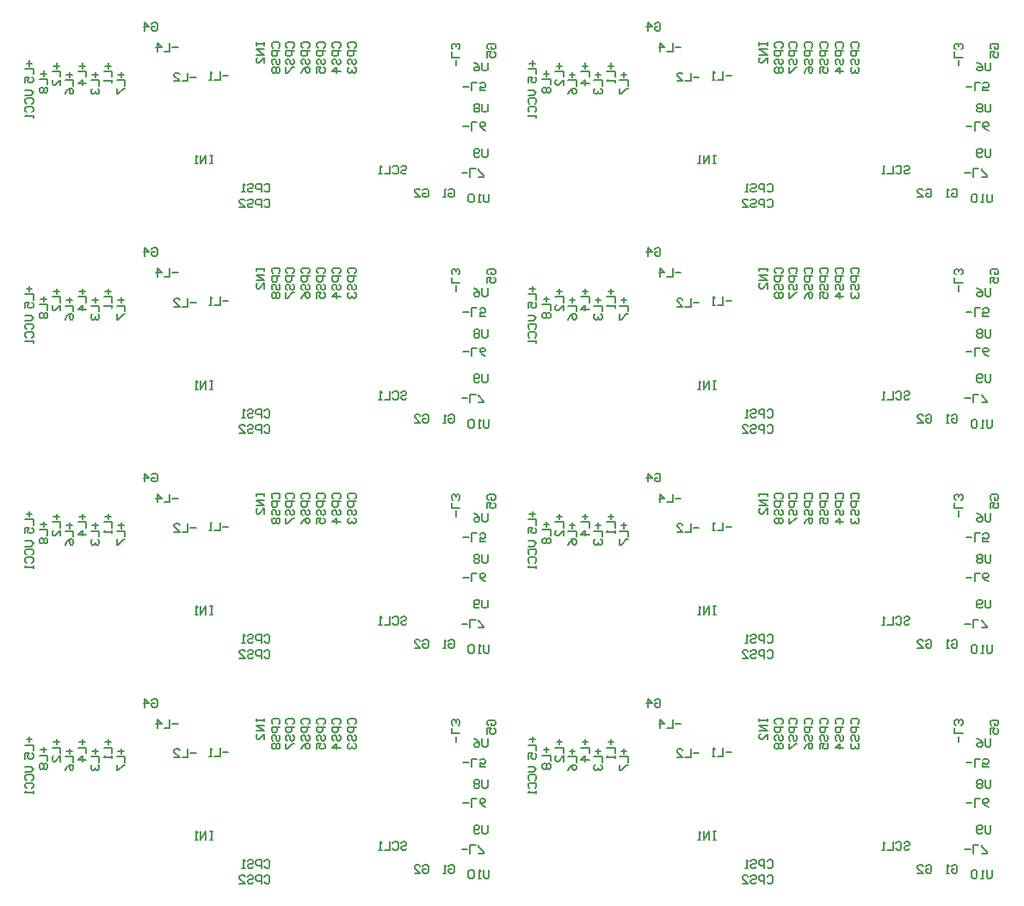
<source format=gbo>
%FSLAX25Y25*%
%MOIN*%
G70*
G01*
G75*
G04 Layer_Color=16776960*
%ADD10O,0.02362X0.09055*%
%ADD11R,0.02756X0.03543*%
%ADD12O,0.01969X0.06299*%
%ADD13R,0.03150X0.03543*%
%ADD14R,0.06693X0.02953*%
%ADD15O,0.07087X0.02362*%
%ADD16R,0.03543X0.02756*%
%ADD17R,0.03543X0.03150*%
%ADD18O,0.06299X0.01969*%
%ADD19C,0.02000*%
%ADD20C,0.01000*%
%ADD21C,0.07874*%
%ADD22O,0.03937X0.05906*%
%ADD23C,0.04724*%
%ADD24O,0.05906X0.03937*%
%ADD25C,0.05000*%
%ADD26C,0.00984*%
%ADD27C,0.02362*%
%ADD28C,0.00787*%
%ADD29C,0.00600*%
%ADD30O,0.02762X0.09455*%
%ADD31R,0.03156X0.03943*%
%ADD32O,0.02369X0.06699*%
%ADD33R,0.03550X0.03943*%
%ADD34R,0.07093X0.03353*%
%ADD35O,0.07487X0.02762*%
%ADD36R,0.03943X0.03156*%
%ADD37R,0.03943X0.03550*%
%ADD38O,0.06699X0.02369*%
%ADD39C,0.08274*%
%ADD40O,0.04337X0.06306*%
%ADD41C,0.05124*%
%ADD42O,0.06306X0.04337*%
%ADD43C,0.05400*%
D29*
X36519Y65197D02*
Y63064D01*
X35452Y64131D02*
X37585D01*
X34919Y61998D02*
X38118D01*
Y59865D01*
Y58799D02*
Y57733D01*
Y58266D01*
X34919D01*
X35452Y58799D01*
X16519Y65197D02*
Y63064D01*
X15452Y64131D02*
X17585D01*
X14919Y61998D02*
X18118D01*
Y59865D01*
Y56666D02*
Y58799D01*
X15985Y56666D01*
X15452D01*
X14919Y57199D01*
Y58266D01*
X15452Y58799D01*
X31519Y61697D02*
Y59564D01*
X30452Y60631D02*
X32585D01*
X29919Y58498D02*
X33118D01*
Y56365D01*
X30452Y55299D02*
X29919Y54766D01*
Y53699D01*
X30452Y53166D01*
X30986D01*
X31519Y53699D01*
Y54233D01*
Y53699D01*
X32052Y53166D01*
X32585D01*
X33118Y53699D01*
Y54766D01*
X32585Y55299D01*
X26519Y65197D02*
Y63064D01*
X25452Y64131D02*
X27585D01*
X24919Y61998D02*
X28118D01*
Y59865D01*
Y57199D02*
X24919D01*
X26519Y58799D01*
Y56666D01*
X6019Y66197D02*
Y64064D01*
X4952Y65131D02*
X7085D01*
X4419Y62998D02*
X7618D01*
Y60865D01*
X4419Y57666D02*
Y59799D01*
X6019D01*
X5486Y58733D01*
Y58199D01*
X6019Y57666D01*
X7085D01*
X7618Y58199D01*
Y59266D01*
X7085Y59799D01*
X21519Y61697D02*
Y59564D01*
X20452Y60631D02*
X22585D01*
X19919Y58498D02*
X23118D01*
Y56365D01*
X19919Y53166D02*
X20452Y54233D01*
X21519Y55299D01*
X22585D01*
X23118Y54766D01*
Y53699D01*
X22585Y53166D01*
X22052D01*
X21519Y53699D01*
Y55299D01*
X41519Y61697D02*
Y59564D01*
X40452Y60631D02*
X42585D01*
X39919Y58498D02*
X43118D01*
Y56365D01*
X39919Y55299D02*
Y53166D01*
X40452D01*
X42585Y55299D01*
X43118D01*
X11519Y62197D02*
Y60064D01*
X10452Y61130D02*
X12585D01*
X9919Y58998D02*
X13118D01*
Y56865D01*
X10452Y55799D02*
X9919Y55266D01*
Y54199D01*
X10452Y53666D01*
X10986D01*
X11519Y54199D01*
X12052Y53666D01*
X12585D01*
X13118Y54199D01*
Y55266D01*
X12585Y55799D01*
X12052D01*
X11519Y55266D01*
X10986Y55799D01*
X10452D01*
X11519Y55266D02*
Y54199D01*
X83118Y60296D02*
X80985D01*
X79919Y61896D02*
Y58697D01*
X77786D01*
X76720D02*
X75654D01*
X76187D01*
Y61896D01*
X76720Y61363D01*
X70618Y59796D02*
X68485D01*
X67419Y61396D02*
Y58197D01*
X65286D01*
X62088D02*
X64220D01*
X62088Y60330D01*
Y60863D01*
X62621Y61396D01*
X63687D01*
X64220Y60863D01*
X171218Y64197D02*
Y66329D01*
X172817Y67396D02*
X169618D01*
Y69529D01*
X172284Y70595D02*
X172817Y71128D01*
Y72194D01*
X172284Y72727D01*
X171751D01*
X171218Y72194D01*
Y71661D01*
Y72194D01*
X170684Y72727D01*
X170151D01*
X169618Y72194D01*
Y71128D01*
X170151Y70595D01*
X63618Y71296D02*
X61485D01*
X60419Y72896D02*
Y69697D01*
X58286D01*
X55621D02*
Y72896D01*
X57220Y71296D01*
X55088D01*
X174118Y56097D02*
X176251D01*
X177317Y54498D02*
Y57697D01*
X179450D01*
X182649Y54498D02*
X180516D01*
Y56097D01*
X181582Y55564D01*
X182115D01*
X182649Y56097D01*
Y57164D01*
X182115Y57697D01*
X181049D01*
X180516Y57164D01*
X174118Y40597D02*
X176251D01*
X177317Y38998D02*
Y42197D01*
X179450D01*
X182649Y38998D02*
X181582Y39531D01*
X180516Y40597D01*
Y41664D01*
X181049Y42197D01*
X182115D01*
X182649Y41664D01*
Y41131D01*
X182115Y40597D01*
X180516D01*
X173618Y22597D02*
X175751D01*
X176817Y20998D02*
Y24197D01*
X178950D01*
X180016Y20998D02*
X182149D01*
Y21531D01*
X180016Y23664D01*
Y24197D01*
X96986Y17863D02*
X97519Y18396D01*
X98585D01*
X99118Y17863D01*
Y15730D01*
X98585Y15197D01*
X97519D01*
X96986Y15730D01*
X95919Y15197D02*
Y18396D01*
X94320D01*
X93787Y17863D01*
Y16796D01*
X94320Y16263D01*
X95919D01*
X90588Y17863D02*
X91121Y18396D01*
X92187D01*
X92720Y17863D01*
Y17330D01*
X92187Y16796D01*
X91121D01*
X90588Y16263D01*
Y15730D01*
X91121Y15197D01*
X92187D01*
X92720Y15730D01*
X89521Y15197D02*
X88455D01*
X88988D01*
Y18396D01*
X89521Y17863D01*
X96986Y11863D02*
X97519Y12396D01*
X98585D01*
X99118Y11863D01*
Y9730D01*
X98585Y9197D01*
X97519D01*
X96986Y9730D01*
X95919Y9197D02*
Y12396D01*
X94320D01*
X93787Y11863D01*
Y10796D01*
X94320Y10263D01*
X95919D01*
X90588Y11863D02*
X91121Y12396D01*
X92187D01*
X92720Y11863D01*
Y11329D01*
X92187Y10796D01*
X91121D01*
X90588Y10263D01*
Y9730D01*
X91121Y9197D01*
X92187D01*
X92720Y9730D01*
X87389Y9197D02*
X89521D01*
X87389Y11329D01*
Y11863D01*
X87922Y12396D01*
X88988D01*
X89521Y11863D01*
X129952Y71064D02*
X129419Y71597D01*
Y72664D01*
X129952Y73197D01*
X132085D01*
X132618Y72664D01*
Y71597D01*
X132085Y71064D01*
X132618Y69998D02*
X129419D01*
Y68398D01*
X129952Y67865D01*
X131019D01*
X131552Y68398D01*
Y69998D01*
X129952Y64666D02*
X129419Y65199D01*
Y66266D01*
X129952Y66799D01*
X130485D01*
X131019Y66266D01*
Y65199D01*
X131552Y64666D01*
X132085D01*
X132618Y65199D01*
Y66266D01*
X132085Y66799D01*
X129952Y63600D02*
X129419Y63067D01*
Y62001D01*
X129952Y61467D01*
X130485D01*
X131019Y62001D01*
Y62534D01*
Y62001D01*
X131552Y61467D01*
X132085D01*
X132618Y62001D01*
Y63067D01*
X132085Y63600D01*
X123952Y71064D02*
X123419Y71597D01*
Y72664D01*
X123952Y73197D01*
X126085D01*
X126618Y72664D01*
Y71597D01*
X126085Y71064D01*
X126618Y69998D02*
X123419D01*
Y68398D01*
X123952Y67865D01*
X125019D01*
X125552Y68398D01*
Y69998D01*
X123952Y64666D02*
X123419Y65199D01*
Y66266D01*
X123952Y66799D01*
X124486D01*
X125019Y66266D01*
Y65199D01*
X125552Y64666D01*
X126085D01*
X126618Y65199D01*
Y66266D01*
X126085Y66799D01*
X126618Y62001D02*
X123419D01*
X125019Y63600D01*
Y61467D01*
X117952Y71064D02*
X117419Y71597D01*
Y72664D01*
X117952Y73197D01*
X120085D01*
X120618Y72664D01*
Y71597D01*
X120085Y71064D01*
X120618Y69998D02*
X117419D01*
Y68398D01*
X117952Y67865D01*
X119019D01*
X119552Y68398D01*
Y69998D01*
X117952Y64666D02*
X117419Y65199D01*
Y66266D01*
X117952Y66799D01*
X118485D01*
X119019Y66266D01*
Y65199D01*
X119552Y64666D01*
X120085D01*
X120618Y65199D01*
Y66266D01*
X120085Y66799D01*
X117419Y61467D02*
Y63600D01*
X119019D01*
X118485Y62534D01*
Y62001D01*
X119019Y61467D01*
X120085D01*
X120618Y62001D01*
Y63067D01*
X120085Y63600D01*
X111952Y71064D02*
X111419Y71597D01*
Y72664D01*
X111952Y73197D01*
X114085D01*
X114618Y72664D01*
Y71597D01*
X114085Y71064D01*
X114618Y69998D02*
X111419D01*
Y68398D01*
X111952Y67865D01*
X113019D01*
X113552Y68398D01*
Y69998D01*
X111952Y64666D02*
X111419Y65199D01*
Y66266D01*
X111952Y66799D01*
X112486D01*
X113019Y66266D01*
Y65199D01*
X113552Y64666D01*
X114085D01*
X114618Y65199D01*
Y66266D01*
X114085Y66799D01*
X111419Y61467D02*
X111952Y62534D01*
X113019Y63600D01*
X114085D01*
X114618Y63067D01*
Y62001D01*
X114085Y61467D01*
X113552D01*
X113019Y62001D01*
Y63600D01*
X105952Y71064D02*
X105419Y71597D01*
Y72664D01*
X105952Y73197D01*
X108085D01*
X108618Y72664D01*
Y71597D01*
X108085Y71064D01*
X108618Y69998D02*
X105419D01*
Y68398D01*
X105952Y67865D01*
X107019D01*
X107552Y68398D01*
Y69998D01*
X105952Y64666D02*
X105419Y65199D01*
Y66266D01*
X105952Y66799D01*
X106485D01*
X107019Y66266D01*
Y65199D01*
X107552Y64666D01*
X108085D01*
X108618Y65199D01*
Y66266D01*
X108085Y66799D01*
X105419Y63600D02*
Y61467D01*
X105952D01*
X108085Y63600D01*
X108618D01*
X100452Y71064D02*
X99919Y71597D01*
Y72664D01*
X100452Y73197D01*
X102585D01*
X103118Y72664D01*
Y71597D01*
X102585Y71064D01*
X103118Y69998D02*
X99919D01*
Y68398D01*
X100452Y67865D01*
X101519D01*
X102052Y68398D01*
Y69998D01*
X100452Y64666D02*
X99919Y65199D01*
Y66266D01*
X100452Y66799D01*
X100986D01*
X101519Y66266D01*
Y65199D01*
X102052Y64666D01*
X102585D01*
X103118Y65199D01*
Y66266D01*
X102585Y66799D01*
X100452Y63600D02*
X99919Y63067D01*
Y62001D01*
X100452Y61467D01*
X100986D01*
X101519Y62001D01*
X102052Y61467D01*
X102585D01*
X103118Y62001D01*
Y63067D01*
X102585Y63600D01*
X102052D01*
X101519Y63067D01*
X100986Y63600D01*
X100452D01*
X101519Y63067D02*
Y62001D01*
X168485Y15863D02*
X169019Y16396D01*
X170085D01*
X170618Y15863D01*
Y13730D01*
X170085Y13197D01*
X169019D01*
X168485Y13730D01*
Y14796D01*
X169552D01*
X167419Y13197D02*
X166353D01*
X166886D01*
Y16396D01*
X167419Y15863D01*
X158485Y15873D02*
X159019Y16406D01*
X160085D01*
X160618Y15873D01*
Y13740D01*
X160085Y13207D01*
X159019D01*
X158485Y13740D01*
Y14807D01*
X159552D01*
X155287Y13207D02*
X157419D01*
X155287Y15340D01*
Y15873D01*
X155820Y16406D01*
X156886D01*
X157419Y15873D01*
X53486Y80363D02*
X54019Y80896D01*
X55085D01*
X55618Y80363D01*
Y78230D01*
X55085Y77697D01*
X54019D01*
X53486Y78230D01*
Y79296D01*
X54552D01*
X50820Y77697D02*
Y80896D01*
X52419Y79296D01*
X50287D01*
X183952Y70564D02*
X183419Y71097D01*
Y72164D01*
X183952Y72697D01*
X186085D01*
X186618Y72164D01*
Y71097D01*
X186085Y70564D01*
X185019D01*
Y71631D01*
X183419Y67365D02*
Y69498D01*
X185019D01*
X184485Y68432D01*
Y67898D01*
X185019Y67365D01*
X186085D01*
X186618Y67898D01*
Y68965D01*
X186085Y69498D01*
X77118Y29396D02*
X76052D01*
X76585D01*
Y26197D01*
X77118D01*
X76052D01*
X74452D02*
Y29396D01*
X72320Y26197D01*
Y29396D01*
X71253Y26197D02*
X70187D01*
X70720D01*
Y29396D01*
X71253Y28863D01*
X93919Y73197D02*
Y72131D01*
Y72664D01*
X97118D01*
Y73197D01*
Y72131D01*
Y70531D02*
X93919D01*
X97118Y68398D01*
X93919D01*
X97118Y65200D02*
Y67332D01*
X94986Y65200D01*
X94452D01*
X93919Y65733D01*
Y66799D01*
X94452Y67332D01*
X149986Y24863D02*
X150519Y25396D01*
X151585D01*
X152118Y24863D01*
Y24329D01*
X151585Y23796D01*
X150519D01*
X149986Y23263D01*
Y22730D01*
X150519Y22197D01*
X151585D01*
X152118Y22730D01*
X146786Y24863D02*
X147320Y25396D01*
X148386D01*
X148919Y24863D01*
Y22730D01*
X148386Y22197D01*
X147320D01*
X146786Y22730D01*
X145720Y25396D02*
Y22197D01*
X143588D01*
X142521D02*
X141455D01*
X141988D01*
Y25396D01*
X142521Y24863D01*
X183618Y65396D02*
Y62730D01*
X183085Y62197D01*
X182019D01*
X181485Y62730D01*
Y65396D01*
X178287D02*
X179353Y64863D01*
X180419Y63796D01*
Y62730D01*
X179886Y62197D01*
X178820D01*
X178287Y62730D01*
Y63263D01*
X178820Y63796D01*
X180419D01*
X183618Y49396D02*
Y46730D01*
X183085Y46197D01*
X182019D01*
X181485Y46730D01*
Y49396D01*
X180419Y48863D02*
X179886Y49396D01*
X178820D01*
X178287Y48863D01*
Y48329D01*
X178820Y47796D01*
X178287Y47263D01*
Y46730D01*
X178820Y46197D01*
X179886D01*
X180419Y46730D01*
Y47263D01*
X179886Y47796D01*
X180419Y48329D01*
Y48863D01*
X179886Y47796D02*
X178820D01*
X183618Y31896D02*
Y29230D01*
X183085Y28697D01*
X182019D01*
X181485Y29230D01*
Y31896D01*
X180419Y29230D02*
X179886Y28697D01*
X178820D01*
X178287Y29230D01*
Y31363D01*
X178820Y31896D01*
X179886D01*
X180419Y31363D01*
Y30830D01*
X179886Y30296D01*
X178287D01*
X184118Y14396D02*
Y11730D01*
X183585Y11197D01*
X182519D01*
X181985Y11730D01*
Y14396D01*
X180919Y11197D02*
X179853D01*
X180386D01*
Y14396D01*
X180919Y13863D01*
X178253D02*
X177720Y14396D01*
X176654D01*
X176121Y13863D01*
Y11730D01*
X176654Y11197D01*
X177720D01*
X178253Y11730D01*
Y13863D01*
X4419Y54697D02*
X6552D01*
X7618Y53631D01*
X6552Y52564D01*
X4419D01*
X4952Y49365D02*
X4419Y49898D01*
Y50965D01*
X4952Y51498D01*
X7085D01*
X7618Y50965D01*
Y49898D01*
X7085Y49365D01*
X4952Y46166D02*
X4419Y46699D01*
Y47766D01*
X4952Y48299D01*
X7085D01*
X7618Y47766D01*
Y46699D01*
X7085Y46166D01*
X7618Y45100D02*
Y44034D01*
Y44567D01*
X4419D01*
X4952Y45100D01*
X231400Y65197D02*
Y63064D01*
X230334Y64131D02*
X232467D01*
X229801Y61998D02*
X233000D01*
Y59865D01*
Y58799D02*
Y57733D01*
Y58266D01*
X229801D01*
X230334Y58799D01*
X211401Y65197D02*
Y63064D01*
X210334Y64131D02*
X212467D01*
X209801Y61998D02*
X213000D01*
Y59865D01*
Y56666D02*
Y58799D01*
X210867Y56666D01*
X210334D01*
X209801Y57199D01*
Y58266D01*
X210334Y58799D01*
X226400Y61697D02*
Y59564D01*
X225334Y60631D02*
X227467D01*
X224801Y58498D02*
X228000D01*
Y56365D01*
X225334Y55299D02*
X224801Y54766D01*
Y53699D01*
X225334Y53166D01*
X225867D01*
X226400Y53699D01*
Y54233D01*
Y53699D01*
X226934Y53166D01*
X227467D01*
X228000Y53699D01*
Y54766D01*
X227467Y55299D01*
X221400Y65197D02*
Y63064D01*
X220334Y64131D02*
X222467D01*
X219801Y61998D02*
X223000D01*
Y59865D01*
Y57199D02*
X219801D01*
X221400Y58799D01*
Y56666D01*
X200901Y66197D02*
Y64064D01*
X199834Y65131D02*
X201967D01*
X199301Y62998D02*
X202500D01*
Y60865D01*
X199301Y57666D02*
Y59799D01*
X200901D01*
X200367Y58733D01*
Y58199D01*
X200901Y57666D01*
X201967D01*
X202500Y58199D01*
Y59266D01*
X201967Y59799D01*
X216401Y61697D02*
Y59564D01*
X215334Y60631D02*
X217467D01*
X214801Y58498D02*
X218000D01*
Y56365D01*
X214801Y53166D02*
X215334Y54233D01*
X216401Y55299D01*
X217467D01*
X218000Y54766D01*
Y53699D01*
X217467Y53166D01*
X216934D01*
X216401Y53699D01*
Y55299D01*
X236401Y61697D02*
Y59564D01*
X235334Y60631D02*
X237467D01*
X234801Y58498D02*
X238000D01*
Y56365D01*
X234801Y55299D02*
Y53166D01*
X235334D01*
X237467Y55299D01*
X238000D01*
X206400Y62197D02*
Y60064D01*
X205334Y61130D02*
X207467D01*
X204801Y58998D02*
X208000D01*
Y56865D01*
X205334Y55799D02*
X204801Y55266D01*
Y54199D01*
X205334Y53666D01*
X205867D01*
X206400Y54199D01*
X206934Y53666D01*
X207467D01*
X208000Y54199D01*
Y55266D01*
X207467Y55799D01*
X206934D01*
X206400Y55266D01*
X205867Y55799D01*
X205334D01*
X206400Y55266D02*
Y54199D01*
X278000Y60296D02*
X275867D01*
X274801Y61896D02*
Y58697D01*
X272668D01*
X271602D02*
X270536D01*
X271069D01*
Y61896D01*
X271602Y61363D01*
X265500Y59796D02*
X263367D01*
X262301Y61396D02*
Y58197D01*
X260168D01*
X256969D02*
X259102D01*
X256969Y60330D01*
Y60863D01*
X257503Y61396D01*
X258569D01*
X259102Y60863D01*
X366100Y64197D02*
Y66329D01*
X367699Y67396D02*
X364500D01*
Y69529D01*
X367166Y70595D02*
X367699Y71128D01*
Y72194D01*
X367166Y72727D01*
X366633D01*
X366100Y72194D01*
Y71661D01*
Y72194D01*
X365566Y72727D01*
X365033D01*
X364500Y72194D01*
Y71128D01*
X365033Y70595D01*
X258500Y71296D02*
X256367D01*
X255301Y72896D02*
Y69697D01*
X253168D01*
X250503D02*
Y72896D01*
X252102Y71296D01*
X249969D01*
X369000Y56097D02*
X371133D01*
X372199Y54498D02*
Y57697D01*
X374332D01*
X377531Y54498D02*
X375398D01*
Y56097D01*
X376464Y55564D01*
X376997D01*
X377531Y56097D01*
Y57164D01*
X376997Y57697D01*
X375931D01*
X375398Y57164D01*
X369000Y40597D02*
X371133D01*
X372199Y38998D02*
Y42197D01*
X374332D01*
X377531Y38998D02*
X376464Y39531D01*
X375398Y40597D01*
Y41664D01*
X375931Y42197D01*
X376997D01*
X377531Y41664D01*
Y41131D01*
X376997Y40597D01*
X375398D01*
X368500Y22597D02*
X370633D01*
X371699Y20998D02*
Y24197D01*
X373832D01*
X374898Y20998D02*
X377031D01*
Y21531D01*
X374898Y23664D01*
Y24197D01*
X291867Y17863D02*
X292401Y18396D01*
X293467D01*
X294000Y17863D01*
Y15730D01*
X293467Y15197D01*
X292401D01*
X291867Y15730D01*
X290801Y15197D02*
Y18396D01*
X289201D01*
X288668Y17863D01*
Y16796D01*
X289201Y16263D01*
X290801D01*
X285469Y17863D02*
X286003Y18396D01*
X287069D01*
X287602Y17863D01*
Y17330D01*
X287069Y16796D01*
X286003D01*
X285469Y16263D01*
Y15730D01*
X286003Y15197D01*
X287069D01*
X287602Y15730D01*
X284403Y15197D02*
X283337D01*
X283870D01*
Y18396D01*
X284403Y17863D01*
X291867Y11863D02*
X292401Y12396D01*
X293467D01*
X294000Y11863D01*
Y9730D01*
X293467Y9197D01*
X292401D01*
X291867Y9730D01*
X290801Y9197D02*
Y12396D01*
X289201D01*
X288668Y11863D01*
Y10796D01*
X289201Y10263D01*
X290801D01*
X285469Y11863D02*
X286003Y12396D01*
X287069D01*
X287602Y11863D01*
Y11329D01*
X287069Y10796D01*
X286003D01*
X285469Y10263D01*
Y9730D01*
X286003Y9197D01*
X287069D01*
X287602Y9730D01*
X282270Y9197D02*
X284403D01*
X282270Y11329D01*
Y11863D01*
X282804Y12396D01*
X283870D01*
X284403Y11863D01*
X324834Y71064D02*
X324301Y71597D01*
Y72664D01*
X324834Y73197D01*
X326967D01*
X327500Y72664D01*
Y71597D01*
X326967Y71064D01*
X327500Y69998D02*
X324301D01*
Y68398D01*
X324834Y67865D01*
X325901D01*
X326434Y68398D01*
Y69998D01*
X324834Y64666D02*
X324301Y65199D01*
Y66266D01*
X324834Y66799D01*
X325367D01*
X325901Y66266D01*
Y65199D01*
X326434Y64666D01*
X326967D01*
X327500Y65199D01*
Y66266D01*
X326967Y66799D01*
X324834Y63600D02*
X324301Y63067D01*
Y62001D01*
X324834Y61467D01*
X325367D01*
X325901Y62001D01*
Y62534D01*
Y62001D01*
X326434Y61467D01*
X326967D01*
X327500Y62001D01*
Y63067D01*
X326967Y63600D01*
X318834Y71064D02*
X318301Y71597D01*
Y72664D01*
X318834Y73197D01*
X320967D01*
X321500Y72664D01*
Y71597D01*
X320967Y71064D01*
X321500Y69998D02*
X318301D01*
Y68398D01*
X318834Y67865D01*
X319900D01*
X320434Y68398D01*
Y69998D01*
X318834Y64666D02*
X318301Y65199D01*
Y66266D01*
X318834Y66799D01*
X319367D01*
X319900Y66266D01*
Y65199D01*
X320434Y64666D01*
X320967D01*
X321500Y65199D01*
Y66266D01*
X320967Y66799D01*
X321500Y62001D02*
X318301D01*
X319900Y63600D01*
Y61467D01*
X312834Y71064D02*
X312301Y71597D01*
Y72664D01*
X312834Y73197D01*
X314967D01*
X315500Y72664D01*
Y71597D01*
X314967Y71064D01*
X315500Y69998D02*
X312301D01*
Y68398D01*
X312834Y67865D01*
X313900D01*
X314434Y68398D01*
Y69998D01*
X312834Y64666D02*
X312301Y65199D01*
Y66266D01*
X312834Y66799D01*
X313367D01*
X313900Y66266D01*
Y65199D01*
X314434Y64666D01*
X314967D01*
X315500Y65199D01*
Y66266D01*
X314967Y66799D01*
X312301Y61467D02*
Y63600D01*
X313900D01*
X313367Y62534D01*
Y62001D01*
X313900Y61467D01*
X314967D01*
X315500Y62001D01*
Y63067D01*
X314967Y63600D01*
X306834Y71064D02*
X306301Y71597D01*
Y72664D01*
X306834Y73197D01*
X308967D01*
X309500Y72664D01*
Y71597D01*
X308967Y71064D01*
X309500Y69998D02*
X306301D01*
Y68398D01*
X306834Y67865D01*
X307901D01*
X308434Y68398D01*
Y69998D01*
X306834Y64666D02*
X306301Y65199D01*
Y66266D01*
X306834Y66799D01*
X307367D01*
X307901Y66266D01*
Y65199D01*
X308434Y64666D01*
X308967D01*
X309500Y65199D01*
Y66266D01*
X308967Y66799D01*
X306301Y61467D02*
X306834Y62534D01*
X307901Y63600D01*
X308967D01*
X309500Y63067D01*
Y62001D01*
X308967Y61467D01*
X308434D01*
X307901Y62001D01*
Y63600D01*
X300834Y71064D02*
X300301Y71597D01*
Y72664D01*
X300834Y73197D01*
X302967D01*
X303500Y72664D01*
Y71597D01*
X302967Y71064D01*
X303500Y69998D02*
X300301D01*
Y68398D01*
X300834Y67865D01*
X301901D01*
X302434Y68398D01*
Y69998D01*
X300834Y64666D02*
X300301Y65199D01*
Y66266D01*
X300834Y66799D01*
X301367D01*
X301901Y66266D01*
Y65199D01*
X302434Y64666D01*
X302967D01*
X303500Y65199D01*
Y66266D01*
X302967Y66799D01*
X300301Y63600D02*
Y61467D01*
X300834D01*
X302967Y63600D01*
X303500D01*
X295334Y71064D02*
X294801Y71597D01*
Y72664D01*
X295334Y73197D01*
X297467D01*
X298000Y72664D01*
Y71597D01*
X297467Y71064D01*
X298000Y69998D02*
X294801D01*
Y68398D01*
X295334Y67865D01*
X296400D01*
X296934Y68398D01*
Y69998D01*
X295334Y64666D02*
X294801Y65199D01*
Y66266D01*
X295334Y66799D01*
X295867D01*
X296400Y66266D01*
Y65199D01*
X296934Y64666D01*
X297467D01*
X298000Y65199D01*
Y66266D01*
X297467Y66799D01*
X295334Y63600D02*
X294801Y63067D01*
Y62001D01*
X295334Y61467D01*
X295867D01*
X296400Y62001D01*
X296934Y61467D01*
X297467D01*
X298000Y62001D01*
Y63067D01*
X297467Y63600D01*
X296934D01*
X296400Y63067D01*
X295867Y63600D01*
X295334D01*
X296400Y63067D02*
Y62001D01*
X363367Y15863D02*
X363900Y16396D01*
X364967D01*
X365500Y15863D01*
Y13730D01*
X364967Y13197D01*
X363900D01*
X363367Y13730D01*
Y14796D01*
X364434D01*
X362301Y13197D02*
X361235D01*
X361768D01*
Y16396D01*
X362301Y15863D01*
X353367Y15873D02*
X353901Y16406D01*
X354967D01*
X355500Y15873D01*
Y13740D01*
X354967Y13207D01*
X353901D01*
X353367Y13740D01*
Y14807D01*
X354434D01*
X350168Y13207D02*
X352301D01*
X350168Y15340D01*
Y15873D01*
X350701Y16406D01*
X351768D01*
X352301Y15873D01*
X248367Y80363D02*
X248901Y80896D01*
X249967D01*
X250500Y80363D01*
Y78230D01*
X249967Y77697D01*
X248901D01*
X248367Y78230D01*
Y79296D01*
X249434D01*
X245702Y77697D02*
Y80896D01*
X247301Y79296D01*
X245168D01*
X378834Y70564D02*
X378301Y71097D01*
Y72164D01*
X378834Y72697D01*
X380967D01*
X381500Y72164D01*
Y71097D01*
X380967Y70564D01*
X379901D01*
Y71631D01*
X378301Y67365D02*
Y69498D01*
X379901D01*
X379367Y68432D01*
Y67898D01*
X379901Y67365D01*
X380967D01*
X381500Y67898D01*
Y68965D01*
X380967Y69498D01*
X272000Y29396D02*
X270934D01*
X271467D01*
Y26197D01*
X272000D01*
X270934D01*
X269334D02*
Y29396D01*
X267202Y26197D01*
Y29396D01*
X266135Y26197D02*
X265069D01*
X265602D01*
Y29396D01*
X266135Y28863D01*
X288801Y73197D02*
Y72131D01*
Y72664D01*
X292000D01*
Y73197D01*
Y72131D01*
Y70531D02*
X288801D01*
X292000Y68398D01*
X288801D01*
X292000Y65200D02*
Y67332D01*
X289867Y65200D01*
X289334D01*
X288801Y65733D01*
Y66799D01*
X289334Y67332D01*
X344867Y24863D02*
X345401Y25396D01*
X346467D01*
X347000Y24863D01*
Y24329D01*
X346467Y23796D01*
X345401D01*
X344867Y23263D01*
Y22730D01*
X345401Y22197D01*
X346467D01*
X347000Y22730D01*
X341668Y24863D02*
X342201Y25396D01*
X343268D01*
X343801Y24863D01*
Y22730D01*
X343268Y22197D01*
X342201D01*
X341668Y22730D01*
X340602Y25396D02*
Y22197D01*
X338469D01*
X337403D02*
X336337D01*
X336870D01*
Y25396D01*
X337403Y24863D01*
X378500Y65396D02*
Y62730D01*
X377967Y62197D01*
X376901D01*
X376367Y62730D01*
Y65396D01*
X373168D02*
X374235Y64863D01*
X375301Y63796D01*
Y62730D01*
X374768Y62197D01*
X373702D01*
X373168Y62730D01*
Y63263D01*
X373702Y63796D01*
X375301D01*
X378500Y49396D02*
Y46730D01*
X377967Y46197D01*
X376901D01*
X376367Y46730D01*
Y49396D01*
X375301Y48863D02*
X374768Y49396D01*
X373702D01*
X373168Y48863D01*
Y48329D01*
X373702Y47796D01*
X373168Y47263D01*
Y46730D01*
X373702Y46197D01*
X374768D01*
X375301Y46730D01*
Y47263D01*
X374768Y47796D01*
X375301Y48329D01*
Y48863D01*
X374768Y47796D02*
X373702D01*
X378500Y31896D02*
Y29230D01*
X377967Y28697D01*
X376901D01*
X376367Y29230D01*
Y31896D01*
X375301Y29230D02*
X374768Y28697D01*
X373702D01*
X373168Y29230D01*
Y31363D01*
X373702Y31896D01*
X374768D01*
X375301Y31363D01*
Y30830D01*
X374768Y30296D01*
X373168D01*
X379000Y14396D02*
Y11730D01*
X378467Y11197D01*
X377400D01*
X376867Y11730D01*
Y14396D01*
X375801Y11197D02*
X374735D01*
X375268D01*
Y14396D01*
X375801Y13863D01*
X373135D02*
X372602Y14396D01*
X371536D01*
X371003Y13863D01*
Y11730D01*
X371536Y11197D01*
X372602D01*
X373135Y11730D01*
Y13863D01*
X199301Y54697D02*
X201434D01*
X202500Y53631D01*
X201434Y52564D01*
X199301D01*
X199834Y49365D02*
X199301Y49898D01*
Y50965D01*
X199834Y51498D01*
X201967D01*
X202500Y50965D01*
Y49898D01*
X201967Y49365D01*
X199834Y46166D02*
X199301Y46699D01*
Y47766D01*
X199834Y48299D01*
X201967D01*
X202500Y47766D01*
Y46699D01*
X201967Y46166D01*
X202500Y45100D02*
Y44034D01*
Y44567D01*
X199301D01*
X199834Y45100D01*
X36519Y152598D02*
Y150466D01*
X35452Y151532D02*
X37585D01*
X34919Y149399D02*
X38118D01*
Y147267D01*
Y146201D02*
Y145134D01*
Y145667D01*
X34919D01*
X35452Y146201D01*
X16519Y152598D02*
Y150466D01*
X15452Y151532D02*
X17585D01*
X14919Y149399D02*
X18118D01*
Y147267D01*
Y144068D02*
Y146201D01*
X15985Y144068D01*
X15452D01*
X14919Y144601D01*
Y145667D01*
X15452Y146201D01*
X31519Y149098D02*
Y146966D01*
X30452Y148032D02*
X32585D01*
X29919Y145899D02*
X33118D01*
Y143767D01*
X30452Y142701D02*
X29919Y142167D01*
Y141101D01*
X30452Y140568D01*
X30986D01*
X31519Y141101D01*
Y141634D01*
Y141101D01*
X32052Y140568D01*
X32585D01*
X33118Y141101D01*
Y142167D01*
X32585Y142701D01*
X26519Y152598D02*
Y150466D01*
X25452Y151532D02*
X27585D01*
X24919Y149399D02*
X28118D01*
Y147267D01*
Y144601D02*
X24919D01*
X26519Y146201D01*
Y144068D01*
X6019Y153598D02*
Y151466D01*
X4952Y152532D02*
X7085D01*
X4419Y150399D02*
X7618D01*
Y148267D01*
X4419Y145068D02*
Y147201D01*
X6019D01*
X5486Y146134D01*
Y145601D01*
X6019Y145068D01*
X7085D01*
X7618Y145601D01*
Y146667D01*
X7085Y147201D01*
X21519Y149098D02*
Y146966D01*
X20452Y148032D02*
X22585D01*
X19919Y145899D02*
X23118D01*
Y143767D01*
X19919Y140568D02*
X20452Y141634D01*
X21519Y142701D01*
X22585D01*
X23118Y142167D01*
Y141101D01*
X22585Y140568D01*
X22052D01*
X21519Y141101D01*
Y142701D01*
X41519Y149098D02*
Y146966D01*
X40452Y148032D02*
X42585D01*
X39919Y145899D02*
X43118D01*
Y143767D01*
X39919Y142701D02*
Y140568D01*
X40452D01*
X42585Y142701D01*
X43118D01*
X11519Y149598D02*
Y147466D01*
X10452Y148532D02*
X12585D01*
X9919Y146399D02*
X13118D01*
Y144267D01*
X10452Y143201D02*
X9919Y142667D01*
Y141601D01*
X10452Y141068D01*
X10986D01*
X11519Y141601D01*
X12052Y141068D01*
X12585D01*
X13118Y141601D01*
Y142667D01*
X12585Y143201D01*
X12052D01*
X11519Y142667D01*
X10986Y143201D01*
X10452D01*
X11519Y142667D02*
Y141601D01*
X83118Y147698D02*
X80985D01*
X79919Y149297D02*
Y146098D01*
X77786D01*
X76720D02*
X75654D01*
X76187D01*
Y149297D01*
X76720Y148764D01*
X70618Y147198D02*
X68485D01*
X67419Y148797D02*
Y145598D01*
X65286D01*
X62088D02*
X64220D01*
X62088Y147731D01*
Y148264D01*
X62621Y148797D01*
X63687D01*
X64220Y148264D01*
X171218Y151598D02*
Y153731D01*
X172817Y154797D02*
X169618D01*
Y156930D01*
X172284Y157996D02*
X172817Y158529D01*
Y159596D01*
X172284Y160129D01*
X171751D01*
X171218Y159596D01*
Y159063D01*
Y159596D01*
X170684Y160129D01*
X170151D01*
X169618Y159596D01*
Y158529D01*
X170151Y157996D01*
X63618Y158698D02*
X61485D01*
X60419Y160297D02*
Y157098D01*
X58286D01*
X55621D02*
Y160297D01*
X57220Y158698D01*
X55088D01*
X174118Y143499D02*
X176251D01*
X177317Y141900D02*
Y145098D01*
X179450D01*
X182649Y141900D02*
X180516D01*
Y143499D01*
X181582Y142966D01*
X182115D01*
X182649Y143499D01*
Y144565D01*
X182115Y145098D01*
X181049D01*
X180516Y144565D01*
X174118Y127999D02*
X176251D01*
X177317Y126400D02*
Y129598D01*
X179450D01*
X182649Y126400D02*
X181582Y126933D01*
X180516Y127999D01*
Y129065D01*
X181049Y129598D01*
X182115D01*
X182649Y129065D01*
Y128532D01*
X182115Y127999D01*
X180516D01*
X173618Y109999D02*
X175751D01*
X176817Y108399D02*
Y111598D01*
X178950D01*
X180016Y108399D02*
X182149D01*
Y108933D01*
X180016Y111065D01*
Y111598D01*
X96986Y105264D02*
X97519Y105797D01*
X98585D01*
X99118Y105264D01*
Y103132D01*
X98585Y102598D01*
X97519D01*
X96986Y103132D01*
X95919Y102598D02*
Y105797D01*
X94320D01*
X93787Y105264D01*
Y104198D01*
X94320Y103665D01*
X95919D01*
X90588Y105264D02*
X91121Y105797D01*
X92187D01*
X92720Y105264D01*
Y104731D01*
X92187Y104198D01*
X91121D01*
X90588Y103665D01*
Y103132D01*
X91121Y102598D01*
X92187D01*
X92720Y103132D01*
X89521Y102598D02*
X88455D01*
X88988D01*
Y105797D01*
X89521Y105264D01*
X96986Y99264D02*
X97519Y99797D01*
X98585D01*
X99118Y99264D01*
Y97132D01*
X98585Y96598D01*
X97519D01*
X96986Y97132D01*
X95919Y96598D02*
Y99797D01*
X94320D01*
X93787Y99264D01*
Y98198D01*
X94320Y97665D01*
X95919D01*
X90588Y99264D02*
X91121Y99797D01*
X92187D01*
X92720Y99264D01*
Y98731D01*
X92187Y98198D01*
X91121D01*
X90588Y97665D01*
Y97132D01*
X91121Y96598D01*
X92187D01*
X92720Y97132D01*
X87389Y96598D02*
X89521D01*
X87389Y98731D01*
Y99264D01*
X87922Y99797D01*
X88988D01*
X89521Y99264D01*
X129952Y158466D02*
X129419Y158999D01*
Y160065D01*
X129952Y160598D01*
X132085D01*
X132618Y160065D01*
Y158999D01*
X132085Y158466D01*
X132618Y157399D02*
X129419D01*
Y155800D01*
X129952Y155267D01*
X131019D01*
X131552Y155800D01*
Y157399D01*
X129952Y152068D02*
X129419Y152601D01*
Y153667D01*
X129952Y154200D01*
X130485D01*
X131019Y153667D01*
Y152601D01*
X131552Y152068D01*
X132085D01*
X132618Y152601D01*
Y153667D01*
X132085Y154200D01*
X129952Y151002D02*
X129419Y150468D01*
Y149402D01*
X129952Y148869D01*
X130485D01*
X131019Y149402D01*
Y149935D01*
Y149402D01*
X131552Y148869D01*
X132085D01*
X132618Y149402D01*
Y150468D01*
X132085Y151002D01*
X123952Y158466D02*
X123419Y158999D01*
Y160065D01*
X123952Y160598D01*
X126085D01*
X126618Y160065D01*
Y158999D01*
X126085Y158466D01*
X126618Y157399D02*
X123419D01*
Y155800D01*
X123952Y155267D01*
X125019D01*
X125552Y155800D01*
Y157399D01*
X123952Y152068D02*
X123419Y152601D01*
Y153667D01*
X123952Y154200D01*
X124486D01*
X125019Y153667D01*
Y152601D01*
X125552Y152068D01*
X126085D01*
X126618Y152601D01*
Y153667D01*
X126085Y154200D01*
X126618Y149402D02*
X123419D01*
X125019Y151002D01*
Y148869D01*
X117952Y158466D02*
X117419Y158999D01*
Y160065D01*
X117952Y160598D01*
X120085D01*
X120618Y160065D01*
Y158999D01*
X120085Y158466D01*
X120618Y157399D02*
X117419D01*
Y155800D01*
X117952Y155267D01*
X119019D01*
X119552Y155800D01*
Y157399D01*
X117952Y152068D02*
X117419Y152601D01*
Y153667D01*
X117952Y154200D01*
X118485D01*
X119019Y153667D01*
Y152601D01*
X119552Y152068D01*
X120085D01*
X120618Y152601D01*
Y153667D01*
X120085Y154200D01*
X117419Y148869D02*
Y151002D01*
X119019D01*
X118485Y149935D01*
Y149402D01*
X119019Y148869D01*
X120085D01*
X120618Y149402D01*
Y150468D01*
X120085Y151002D01*
X111952Y158466D02*
X111419Y158999D01*
Y160065D01*
X111952Y160598D01*
X114085D01*
X114618Y160065D01*
Y158999D01*
X114085Y158466D01*
X114618Y157399D02*
X111419D01*
Y155800D01*
X111952Y155267D01*
X113019D01*
X113552Y155800D01*
Y157399D01*
X111952Y152068D02*
X111419Y152601D01*
Y153667D01*
X111952Y154200D01*
X112486D01*
X113019Y153667D01*
Y152601D01*
X113552Y152068D01*
X114085D01*
X114618Y152601D01*
Y153667D01*
X114085Y154200D01*
X111419Y148869D02*
X111952Y149935D01*
X113019Y151002D01*
X114085D01*
X114618Y150468D01*
Y149402D01*
X114085Y148869D01*
X113552D01*
X113019Y149402D01*
Y151002D01*
X105952Y158466D02*
X105419Y158999D01*
Y160065D01*
X105952Y160598D01*
X108085D01*
X108618Y160065D01*
Y158999D01*
X108085Y158466D01*
X108618Y157399D02*
X105419D01*
Y155800D01*
X105952Y155267D01*
X107019D01*
X107552Y155800D01*
Y157399D01*
X105952Y152068D02*
X105419Y152601D01*
Y153667D01*
X105952Y154200D01*
X106485D01*
X107019Y153667D01*
Y152601D01*
X107552Y152068D01*
X108085D01*
X108618Y152601D01*
Y153667D01*
X108085Y154200D01*
X105419Y151002D02*
Y148869D01*
X105952D01*
X108085Y151002D01*
X108618D01*
X100452Y158466D02*
X99919Y158999D01*
Y160065D01*
X100452Y160598D01*
X102585D01*
X103118Y160065D01*
Y158999D01*
X102585Y158466D01*
X103118Y157399D02*
X99919D01*
Y155800D01*
X100452Y155267D01*
X101519D01*
X102052Y155800D01*
Y157399D01*
X100452Y152068D02*
X99919Y152601D01*
Y153667D01*
X100452Y154200D01*
X100986D01*
X101519Y153667D01*
Y152601D01*
X102052Y152068D01*
X102585D01*
X103118Y152601D01*
Y153667D01*
X102585Y154200D01*
X100452Y151002D02*
X99919Y150468D01*
Y149402D01*
X100452Y148869D01*
X100986D01*
X101519Y149402D01*
X102052Y148869D01*
X102585D01*
X103118Y149402D01*
Y150468D01*
X102585Y151002D01*
X102052D01*
X101519Y150468D01*
X100986Y151002D01*
X100452D01*
X101519Y150468D02*
Y149402D01*
X168485Y103264D02*
X169019Y103797D01*
X170085D01*
X170618Y103264D01*
Y101132D01*
X170085Y100598D01*
X169019D01*
X168485Y101132D01*
Y102198D01*
X169552D01*
X167419Y100598D02*
X166353D01*
X166886D01*
Y103797D01*
X167419Y103264D01*
X158485Y103274D02*
X159019Y103808D01*
X160085D01*
X160618Y103274D01*
Y101142D01*
X160085Y100609D01*
X159019D01*
X158485Y101142D01*
Y102208D01*
X159552D01*
X155287Y100609D02*
X157419D01*
X155287Y102741D01*
Y103274D01*
X155820Y103808D01*
X156886D01*
X157419Y103274D01*
X53486Y167764D02*
X54019Y168297D01*
X55085D01*
X55618Y167764D01*
Y165632D01*
X55085Y165098D01*
X54019D01*
X53486Y165632D01*
Y166698D01*
X54552D01*
X50820Y165098D02*
Y168297D01*
X52419Y166698D01*
X50287D01*
X183952Y157966D02*
X183419Y158499D01*
Y159565D01*
X183952Y160098D01*
X186085D01*
X186618Y159565D01*
Y158499D01*
X186085Y157966D01*
X185019D01*
Y159032D01*
X183419Y154767D02*
Y156899D01*
X185019D01*
X184485Y155833D01*
Y155300D01*
X185019Y154767D01*
X186085D01*
X186618Y155300D01*
Y156366D01*
X186085Y156899D01*
X77118Y116797D02*
X76052D01*
X76585D01*
Y113598D01*
X77118D01*
X76052D01*
X74452D02*
Y116797D01*
X72320Y113598D01*
Y116797D01*
X71253Y113598D02*
X70187D01*
X70720D01*
Y116797D01*
X71253Y116264D01*
X93919Y160598D02*
Y159532D01*
Y160065D01*
X97118D01*
Y160598D01*
Y159532D01*
Y157933D02*
X93919D01*
X97118Y155800D01*
X93919D01*
X97118Y152601D02*
Y154734D01*
X94986Y152601D01*
X94452D01*
X93919Y153134D01*
Y154200D01*
X94452Y154734D01*
X149986Y112264D02*
X150519Y112797D01*
X151585D01*
X152118Y112264D01*
Y111731D01*
X151585Y111198D01*
X150519D01*
X149986Y110665D01*
Y110132D01*
X150519Y109598D01*
X151585D01*
X152118Y110132D01*
X146786Y112264D02*
X147320Y112797D01*
X148386D01*
X148919Y112264D01*
Y110132D01*
X148386Y109598D01*
X147320D01*
X146786Y110132D01*
X145720Y112797D02*
Y109598D01*
X143588D01*
X142521D02*
X141455D01*
X141988D01*
Y112797D01*
X142521Y112264D01*
X183618Y152797D02*
Y150132D01*
X183085Y149598D01*
X182019D01*
X181485Y150132D01*
Y152797D01*
X178287D02*
X179353Y152264D01*
X180419Y151198D01*
Y150132D01*
X179886Y149598D01*
X178820D01*
X178287Y150132D01*
Y150665D01*
X178820Y151198D01*
X180419D01*
X183618Y136797D02*
Y134132D01*
X183085Y133598D01*
X182019D01*
X181485Y134132D01*
Y136797D01*
X180419Y136264D02*
X179886Y136797D01*
X178820D01*
X178287Y136264D01*
Y135731D01*
X178820Y135198D01*
X178287Y134665D01*
Y134132D01*
X178820Y133598D01*
X179886D01*
X180419Y134132D01*
Y134665D01*
X179886Y135198D01*
X180419Y135731D01*
Y136264D01*
X179886Y135198D02*
X178820D01*
X183618Y119297D02*
Y116632D01*
X183085Y116098D01*
X182019D01*
X181485Y116632D01*
Y119297D01*
X180419Y116632D02*
X179886Y116098D01*
X178820D01*
X178287Y116632D01*
Y118764D01*
X178820Y119297D01*
X179886D01*
X180419Y118764D01*
Y118231D01*
X179886Y117698D01*
X178287D01*
X184118Y101797D02*
Y99132D01*
X183585Y98598D01*
X182519D01*
X181985Y99132D01*
Y101797D01*
X180919Y98598D02*
X179853D01*
X180386D01*
Y101797D01*
X180919Y101264D01*
X178253D02*
X177720Y101797D01*
X176654D01*
X176121Y101264D01*
Y99132D01*
X176654Y98598D01*
X177720D01*
X178253Y99132D01*
Y101264D01*
X4419Y142098D02*
X6552D01*
X7618Y141032D01*
X6552Y139966D01*
X4419D01*
X4952Y136767D02*
X4419Y137300D01*
Y138366D01*
X4952Y138900D01*
X7085D01*
X7618Y138366D01*
Y137300D01*
X7085Y136767D01*
X4952Y133568D02*
X4419Y134101D01*
Y135167D01*
X4952Y135701D01*
X7085D01*
X7618Y135167D01*
Y134101D01*
X7085Y133568D01*
X7618Y132501D02*
Y131435D01*
Y131968D01*
X4419D01*
X4952Y132501D01*
X231400Y152598D02*
Y150466D01*
X230334Y151532D02*
X232467D01*
X229801Y149399D02*
X233000D01*
Y147267D01*
Y146201D02*
Y145134D01*
Y145667D01*
X229801D01*
X230334Y146201D01*
X211401Y152598D02*
Y150466D01*
X210334Y151532D02*
X212467D01*
X209801Y149399D02*
X213000D01*
Y147267D01*
Y144068D02*
Y146201D01*
X210867Y144068D01*
X210334D01*
X209801Y144601D01*
Y145667D01*
X210334Y146201D01*
X226400Y149098D02*
Y146966D01*
X225334Y148032D02*
X227467D01*
X224801Y145899D02*
X228000D01*
Y143767D01*
X225334Y142701D02*
X224801Y142167D01*
Y141101D01*
X225334Y140568D01*
X225867D01*
X226400Y141101D01*
Y141634D01*
Y141101D01*
X226934Y140568D01*
X227467D01*
X228000Y141101D01*
Y142167D01*
X227467Y142701D01*
X221400Y152598D02*
Y150466D01*
X220334Y151532D02*
X222467D01*
X219801Y149399D02*
X223000D01*
Y147267D01*
Y144601D02*
X219801D01*
X221400Y146201D01*
Y144068D01*
X200901Y153598D02*
Y151466D01*
X199834Y152532D02*
X201967D01*
X199301Y150399D02*
X202500D01*
Y148267D01*
X199301Y145068D02*
Y147201D01*
X200901D01*
X200367Y146134D01*
Y145601D01*
X200901Y145068D01*
X201967D01*
X202500Y145601D01*
Y146667D01*
X201967Y147201D01*
X216401Y149098D02*
Y146966D01*
X215334Y148032D02*
X217467D01*
X214801Y145899D02*
X218000D01*
Y143767D01*
X214801Y140568D02*
X215334Y141634D01*
X216401Y142701D01*
X217467D01*
X218000Y142167D01*
Y141101D01*
X217467Y140568D01*
X216934D01*
X216401Y141101D01*
Y142701D01*
X236401Y149098D02*
Y146966D01*
X235334Y148032D02*
X237467D01*
X234801Y145899D02*
X238000D01*
Y143767D01*
X234801Y142701D02*
Y140568D01*
X235334D01*
X237467Y142701D01*
X238000D01*
X206400Y149598D02*
Y147466D01*
X205334Y148532D02*
X207467D01*
X204801Y146399D02*
X208000D01*
Y144267D01*
X205334Y143201D02*
X204801Y142667D01*
Y141601D01*
X205334Y141068D01*
X205867D01*
X206400Y141601D01*
X206934Y141068D01*
X207467D01*
X208000Y141601D01*
Y142667D01*
X207467Y143201D01*
X206934D01*
X206400Y142667D01*
X205867Y143201D01*
X205334D01*
X206400Y142667D02*
Y141601D01*
X278000Y147698D02*
X275867D01*
X274801Y149297D02*
Y146098D01*
X272668D01*
X271602D02*
X270536D01*
X271069D01*
Y149297D01*
X271602Y148764D01*
X265500Y147198D02*
X263367D01*
X262301Y148797D02*
Y145598D01*
X260168D01*
X256969D02*
X259102D01*
X256969Y147731D01*
Y148264D01*
X257503Y148797D01*
X258569D01*
X259102Y148264D01*
X366100Y151598D02*
Y153731D01*
X367699Y154797D02*
X364500D01*
Y156930D01*
X367166Y157996D02*
X367699Y158529D01*
Y159596D01*
X367166Y160129D01*
X366633D01*
X366100Y159596D01*
Y159063D01*
Y159596D01*
X365566Y160129D01*
X365033D01*
X364500Y159596D01*
Y158529D01*
X365033Y157996D01*
X258500Y158698D02*
X256367D01*
X255301Y160297D02*
Y157098D01*
X253168D01*
X250503D02*
Y160297D01*
X252102Y158698D01*
X249969D01*
X369000Y143499D02*
X371133D01*
X372199Y141900D02*
Y145098D01*
X374332D01*
X377531Y141900D02*
X375398D01*
Y143499D01*
X376464Y142966D01*
X376997D01*
X377531Y143499D01*
Y144565D01*
X376997Y145098D01*
X375931D01*
X375398Y144565D01*
X369000Y127999D02*
X371133D01*
X372199Y126400D02*
Y129598D01*
X374332D01*
X377531Y126400D02*
X376464Y126933D01*
X375398Y127999D01*
Y129065D01*
X375931Y129598D01*
X376997D01*
X377531Y129065D01*
Y128532D01*
X376997Y127999D01*
X375398D01*
X368500Y109999D02*
X370633D01*
X371699Y108399D02*
Y111598D01*
X373832D01*
X374898Y108399D02*
X377031D01*
Y108933D01*
X374898Y111065D01*
Y111598D01*
X291867Y105264D02*
X292401Y105797D01*
X293467D01*
X294000Y105264D01*
Y103132D01*
X293467Y102598D01*
X292401D01*
X291867Y103132D01*
X290801Y102598D02*
Y105797D01*
X289201D01*
X288668Y105264D01*
Y104198D01*
X289201Y103665D01*
X290801D01*
X285469Y105264D02*
X286003Y105797D01*
X287069D01*
X287602Y105264D01*
Y104731D01*
X287069Y104198D01*
X286003D01*
X285469Y103665D01*
Y103132D01*
X286003Y102598D01*
X287069D01*
X287602Y103132D01*
X284403Y102598D02*
X283337D01*
X283870D01*
Y105797D01*
X284403Y105264D01*
X291867Y99264D02*
X292401Y99797D01*
X293467D01*
X294000Y99264D01*
Y97132D01*
X293467Y96598D01*
X292401D01*
X291867Y97132D01*
X290801Y96598D02*
Y99797D01*
X289201D01*
X288668Y99264D01*
Y98198D01*
X289201Y97665D01*
X290801D01*
X285469Y99264D02*
X286003Y99797D01*
X287069D01*
X287602Y99264D01*
Y98731D01*
X287069Y98198D01*
X286003D01*
X285469Y97665D01*
Y97132D01*
X286003Y96598D01*
X287069D01*
X287602Y97132D01*
X282270Y96598D02*
X284403D01*
X282270Y98731D01*
Y99264D01*
X282804Y99797D01*
X283870D01*
X284403Y99264D01*
X324834Y158466D02*
X324301Y158999D01*
Y160065D01*
X324834Y160598D01*
X326967D01*
X327500Y160065D01*
Y158999D01*
X326967Y158466D01*
X327500Y157399D02*
X324301D01*
Y155800D01*
X324834Y155267D01*
X325901D01*
X326434Y155800D01*
Y157399D01*
X324834Y152068D02*
X324301Y152601D01*
Y153667D01*
X324834Y154200D01*
X325367D01*
X325901Y153667D01*
Y152601D01*
X326434Y152068D01*
X326967D01*
X327500Y152601D01*
Y153667D01*
X326967Y154200D01*
X324834Y151002D02*
X324301Y150468D01*
Y149402D01*
X324834Y148869D01*
X325367D01*
X325901Y149402D01*
Y149935D01*
Y149402D01*
X326434Y148869D01*
X326967D01*
X327500Y149402D01*
Y150468D01*
X326967Y151002D01*
X318834Y158466D02*
X318301Y158999D01*
Y160065D01*
X318834Y160598D01*
X320967D01*
X321500Y160065D01*
Y158999D01*
X320967Y158466D01*
X321500Y157399D02*
X318301D01*
Y155800D01*
X318834Y155267D01*
X319900D01*
X320434Y155800D01*
Y157399D01*
X318834Y152068D02*
X318301Y152601D01*
Y153667D01*
X318834Y154200D01*
X319367D01*
X319900Y153667D01*
Y152601D01*
X320434Y152068D01*
X320967D01*
X321500Y152601D01*
Y153667D01*
X320967Y154200D01*
X321500Y149402D02*
X318301D01*
X319900Y151002D01*
Y148869D01*
X312834Y158466D02*
X312301Y158999D01*
Y160065D01*
X312834Y160598D01*
X314967D01*
X315500Y160065D01*
Y158999D01*
X314967Y158466D01*
X315500Y157399D02*
X312301D01*
Y155800D01*
X312834Y155267D01*
X313900D01*
X314434Y155800D01*
Y157399D01*
X312834Y152068D02*
X312301Y152601D01*
Y153667D01*
X312834Y154200D01*
X313367D01*
X313900Y153667D01*
Y152601D01*
X314434Y152068D01*
X314967D01*
X315500Y152601D01*
Y153667D01*
X314967Y154200D01*
X312301Y148869D02*
Y151002D01*
X313900D01*
X313367Y149935D01*
Y149402D01*
X313900Y148869D01*
X314967D01*
X315500Y149402D01*
Y150468D01*
X314967Y151002D01*
X306834Y158466D02*
X306301Y158999D01*
Y160065D01*
X306834Y160598D01*
X308967D01*
X309500Y160065D01*
Y158999D01*
X308967Y158466D01*
X309500Y157399D02*
X306301D01*
Y155800D01*
X306834Y155267D01*
X307901D01*
X308434Y155800D01*
Y157399D01*
X306834Y152068D02*
X306301Y152601D01*
Y153667D01*
X306834Y154200D01*
X307367D01*
X307901Y153667D01*
Y152601D01*
X308434Y152068D01*
X308967D01*
X309500Y152601D01*
Y153667D01*
X308967Y154200D01*
X306301Y148869D02*
X306834Y149935D01*
X307901Y151002D01*
X308967D01*
X309500Y150468D01*
Y149402D01*
X308967Y148869D01*
X308434D01*
X307901Y149402D01*
Y151002D01*
X300834Y158466D02*
X300301Y158999D01*
Y160065D01*
X300834Y160598D01*
X302967D01*
X303500Y160065D01*
Y158999D01*
X302967Y158466D01*
X303500Y157399D02*
X300301D01*
Y155800D01*
X300834Y155267D01*
X301901D01*
X302434Y155800D01*
Y157399D01*
X300834Y152068D02*
X300301Y152601D01*
Y153667D01*
X300834Y154200D01*
X301367D01*
X301901Y153667D01*
Y152601D01*
X302434Y152068D01*
X302967D01*
X303500Y152601D01*
Y153667D01*
X302967Y154200D01*
X300301Y151002D02*
Y148869D01*
X300834D01*
X302967Y151002D01*
X303500D01*
X295334Y158466D02*
X294801Y158999D01*
Y160065D01*
X295334Y160598D01*
X297467D01*
X298000Y160065D01*
Y158999D01*
X297467Y158466D01*
X298000Y157399D02*
X294801D01*
Y155800D01*
X295334Y155267D01*
X296400D01*
X296934Y155800D01*
Y157399D01*
X295334Y152068D02*
X294801Y152601D01*
Y153667D01*
X295334Y154200D01*
X295867D01*
X296400Y153667D01*
Y152601D01*
X296934Y152068D01*
X297467D01*
X298000Y152601D01*
Y153667D01*
X297467Y154200D01*
X295334Y151002D02*
X294801Y150468D01*
Y149402D01*
X295334Y148869D01*
X295867D01*
X296400Y149402D01*
X296934Y148869D01*
X297467D01*
X298000Y149402D01*
Y150468D01*
X297467Y151002D01*
X296934D01*
X296400Y150468D01*
X295867Y151002D01*
X295334D01*
X296400Y150468D02*
Y149402D01*
X363367Y103264D02*
X363900Y103797D01*
X364967D01*
X365500Y103264D01*
Y101132D01*
X364967Y100598D01*
X363900D01*
X363367Y101132D01*
Y102198D01*
X364434D01*
X362301Y100598D02*
X361235D01*
X361768D01*
Y103797D01*
X362301Y103264D01*
X353367Y103274D02*
X353901Y103808D01*
X354967D01*
X355500Y103274D01*
Y101142D01*
X354967Y100609D01*
X353901D01*
X353367Y101142D01*
Y102208D01*
X354434D01*
X350168Y100609D02*
X352301D01*
X350168Y102741D01*
Y103274D01*
X350701Y103808D01*
X351768D01*
X352301Y103274D01*
X248367Y167764D02*
X248901Y168297D01*
X249967D01*
X250500Y167764D01*
Y165632D01*
X249967Y165098D01*
X248901D01*
X248367Y165632D01*
Y166698D01*
X249434D01*
X245702Y165098D02*
Y168297D01*
X247301Y166698D01*
X245168D01*
X378834Y157966D02*
X378301Y158499D01*
Y159565D01*
X378834Y160098D01*
X380967D01*
X381500Y159565D01*
Y158499D01*
X380967Y157966D01*
X379901D01*
Y159032D01*
X378301Y154767D02*
Y156899D01*
X379901D01*
X379367Y155833D01*
Y155300D01*
X379901Y154767D01*
X380967D01*
X381500Y155300D01*
Y156366D01*
X380967Y156899D01*
X272000Y116797D02*
X270934D01*
X271467D01*
Y113598D01*
X272000D01*
X270934D01*
X269334D02*
Y116797D01*
X267202Y113598D01*
Y116797D01*
X266135Y113598D02*
X265069D01*
X265602D01*
Y116797D01*
X266135Y116264D01*
X288801Y160598D02*
Y159532D01*
Y160065D01*
X292000D01*
Y160598D01*
Y159532D01*
Y157933D02*
X288801D01*
X292000Y155800D01*
X288801D01*
X292000Y152601D02*
Y154734D01*
X289867Y152601D01*
X289334D01*
X288801Y153134D01*
Y154200D01*
X289334Y154734D01*
X344867Y112264D02*
X345401Y112797D01*
X346467D01*
X347000Y112264D01*
Y111731D01*
X346467Y111198D01*
X345401D01*
X344867Y110665D01*
Y110132D01*
X345401Y109598D01*
X346467D01*
X347000Y110132D01*
X341668Y112264D02*
X342201Y112797D01*
X343268D01*
X343801Y112264D01*
Y110132D01*
X343268Y109598D01*
X342201D01*
X341668Y110132D01*
X340602Y112797D02*
Y109598D01*
X338469D01*
X337403D02*
X336337D01*
X336870D01*
Y112797D01*
X337403Y112264D01*
X378500Y152797D02*
Y150132D01*
X377967Y149598D01*
X376901D01*
X376367Y150132D01*
Y152797D01*
X373168D02*
X374235Y152264D01*
X375301Y151198D01*
Y150132D01*
X374768Y149598D01*
X373702D01*
X373168Y150132D01*
Y150665D01*
X373702Y151198D01*
X375301D01*
X378500Y136797D02*
Y134132D01*
X377967Y133598D01*
X376901D01*
X376367Y134132D01*
Y136797D01*
X375301Y136264D02*
X374768Y136797D01*
X373702D01*
X373168Y136264D01*
Y135731D01*
X373702Y135198D01*
X373168Y134665D01*
Y134132D01*
X373702Y133598D01*
X374768D01*
X375301Y134132D01*
Y134665D01*
X374768Y135198D01*
X375301Y135731D01*
Y136264D01*
X374768Y135198D02*
X373702D01*
X378500Y119297D02*
Y116632D01*
X377967Y116098D01*
X376901D01*
X376367Y116632D01*
Y119297D01*
X375301Y116632D02*
X374768Y116098D01*
X373702D01*
X373168Y116632D01*
Y118764D01*
X373702Y119297D01*
X374768D01*
X375301Y118764D01*
Y118231D01*
X374768Y117698D01*
X373168D01*
X379000Y101797D02*
Y99132D01*
X378467Y98598D01*
X377400D01*
X376867Y99132D01*
Y101797D01*
X375801Y98598D02*
X374735D01*
X375268D01*
Y101797D01*
X375801Y101264D01*
X373135D02*
X372602Y101797D01*
X371536D01*
X371003Y101264D01*
Y99132D01*
X371536Y98598D01*
X372602D01*
X373135Y99132D01*
Y101264D01*
X199301Y142098D02*
X201434D01*
X202500Y141032D01*
X201434Y139966D01*
X199301D01*
X199834Y136767D02*
X199301Y137300D01*
Y138366D01*
X199834Y138900D01*
X201967D01*
X202500Y138366D01*
Y137300D01*
X201967Y136767D01*
X199834Y133568D02*
X199301Y134101D01*
Y135167D01*
X199834Y135701D01*
X201967D01*
X202500Y135167D01*
Y134101D01*
X201967Y133568D01*
X202500Y132501D02*
Y131435D01*
Y131968D01*
X199301D01*
X199834Y132501D01*
X36519Y240000D02*
Y237867D01*
X35452Y238934D02*
X37585D01*
X34919Y236801D02*
X38118D01*
Y234668D01*
Y233602D02*
Y232536D01*
Y233069D01*
X34919D01*
X35452Y233602D01*
X16519Y240000D02*
Y237867D01*
X15452Y238934D02*
X17585D01*
X14919Y236801D02*
X18118D01*
Y234668D01*
Y231469D02*
Y233602D01*
X15985Y231469D01*
X15452D01*
X14919Y232003D01*
Y233069D01*
X15452Y233602D01*
X31519Y236500D02*
Y234367D01*
X30452Y235434D02*
X32585D01*
X29919Y233301D02*
X33118D01*
Y231168D01*
X30452Y230102D02*
X29919Y229569D01*
Y228503D01*
X30452Y227969D01*
X30986D01*
X31519Y228503D01*
Y229036D01*
Y228503D01*
X32052Y227969D01*
X32585D01*
X33118Y228503D01*
Y229569D01*
X32585Y230102D01*
X26519Y240000D02*
Y237867D01*
X25452Y238934D02*
X27585D01*
X24919Y236801D02*
X28118D01*
Y234668D01*
Y232003D02*
X24919D01*
X26519Y233602D01*
Y231469D01*
X6019Y241000D02*
Y238867D01*
X4952Y239934D02*
X7085D01*
X4419Y237801D02*
X7618D01*
Y235668D01*
X4419Y232469D02*
Y234602D01*
X6019D01*
X5486Y233536D01*
Y233003D01*
X6019Y232469D01*
X7085D01*
X7618Y233003D01*
Y234069D01*
X7085Y234602D01*
X21519Y236500D02*
Y234367D01*
X20452Y235434D02*
X22585D01*
X19919Y233301D02*
X23118D01*
Y231168D01*
X19919Y227969D02*
X20452Y229036D01*
X21519Y230102D01*
X22585D01*
X23118Y229569D01*
Y228503D01*
X22585Y227969D01*
X22052D01*
X21519Y228503D01*
Y230102D01*
X41519Y236500D02*
Y234367D01*
X40452Y235434D02*
X42585D01*
X39919Y233301D02*
X43118D01*
Y231168D01*
X39919Y230102D02*
Y227969D01*
X40452D01*
X42585Y230102D01*
X43118D01*
X11519Y237000D02*
Y234867D01*
X10452Y235934D02*
X12585D01*
X9919Y233801D02*
X13118D01*
Y231668D01*
X10452Y230602D02*
X9919Y230069D01*
Y229003D01*
X10452Y228469D01*
X10986D01*
X11519Y229003D01*
X12052Y228469D01*
X12585D01*
X13118Y229003D01*
Y230069D01*
X12585Y230602D01*
X12052D01*
X11519Y230069D01*
X10986Y230602D01*
X10452D01*
X11519Y230069D02*
Y229003D01*
X83118Y235100D02*
X80985D01*
X79919Y236699D02*
Y233500D01*
X77786D01*
X76720D02*
X75654D01*
X76187D01*
Y236699D01*
X76720Y236166D01*
X70618Y234599D02*
X68485D01*
X67419Y236199D02*
Y233000D01*
X65286D01*
X62088D02*
X64220D01*
X62088Y235133D01*
Y235666D01*
X62621Y236199D01*
X63687D01*
X64220Y235666D01*
X171218Y239000D02*
Y241133D01*
X172817Y242199D02*
X169618D01*
Y244332D01*
X172284Y245398D02*
X172817Y245931D01*
Y246997D01*
X172284Y247531D01*
X171751D01*
X171218Y246997D01*
Y246464D01*
Y246997D01*
X170684Y247531D01*
X170151D01*
X169618Y246997D01*
Y245931D01*
X170151Y245398D01*
X63618Y246099D02*
X61485D01*
X60419Y247699D02*
Y244500D01*
X58286D01*
X55621D02*
Y247699D01*
X57220Y246099D01*
X55088D01*
X174118Y230901D02*
X176251D01*
X177317Y229301D02*
Y232500D01*
X179450D01*
X182649Y229301D02*
X180516D01*
Y230901D01*
X181582Y230367D01*
X182115D01*
X182649Y230901D01*
Y231967D01*
X182115Y232500D01*
X181049D01*
X180516Y231967D01*
X174118Y215401D02*
X176251D01*
X177317Y213801D02*
Y217000D01*
X179450D01*
X182649Y213801D02*
X181582Y214334D01*
X180516Y215401D01*
Y216467D01*
X181049Y217000D01*
X182115D01*
X182649Y216467D01*
Y215934D01*
X182115Y215401D01*
X180516D01*
X173618Y197400D02*
X175751D01*
X176817Y195801D02*
Y199000D01*
X178950D01*
X180016Y195801D02*
X182149D01*
Y196334D01*
X180016Y198467D01*
Y199000D01*
X96986Y192666D02*
X97519Y193199D01*
X98585D01*
X99118Y192666D01*
Y190533D01*
X98585Y190000D01*
X97519D01*
X96986Y190533D01*
X95919Y190000D02*
Y193199D01*
X94320D01*
X93787Y192666D01*
Y191600D01*
X94320Y191066D01*
X95919D01*
X90588Y192666D02*
X91121Y193199D01*
X92187D01*
X92720Y192666D01*
Y192133D01*
X92187Y191600D01*
X91121D01*
X90588Y191066D01*
Y190533D01*
X91121Y190000D01*
X92187D01*
X92720Y190533D01*
X89521Y190000D02*
X88455D01*
X88988D01*
Y193199D01*
X89521Y192666D01*
X96986Y186666D02*
X97519Y187199D01*
X98585D01*
X99118Y186666D01*
Y184533D01*
X98585Y184000D01*
X97519D01*
X96986Y184533D01*
X95919Y184000D02*
Y187199D01*
X94320D01*
X93787Y186666D01*
Y185600D01*
X94320Y185066D01*
X95919D01*
X90588Y186666D02*
X91121Y187199D01*
X92187D01*
X92720Y186666D01*
Y186133D01*
X92187Y185600D01*
X91121D01*
X90588Y185066D01*
Y184533D01*
X91121Y184000D01*
X92187D01*
X92720Y184533D01*
X87389Y184000D02*
X89521D01*
X87389Y186133D01*
Y186666D01*
X87922Y187199D01*
X88988D01*
X89521Y186666D01*
X129952Y245867D02*
X129419Y246400D01*
Y247467D01*
X129952Y248000D01*
X132085D01*
X132618Y247467D01*
Y246400D01*
X132085Y245867D01*
X132618Y244801D02*
X129419D01*
Y243201D01*
X129952Y242668D01*
X131019D01*
X131552Y243201D01*
Y244801D01*
X129952Y239469D02*
X129419Y240003D01*
Y241069D01*
X129952Y241602D01*
X130485D01*
X131019Y241069D01*
Y240003D01*
X131552Y239469D01*
X132085D01*
X132618Y240003D01*
Y241069D01*
X132085Y241602D01*
X129952Y238403D02*
X129419Y237870D01*
Y236804D01*
X129952Y236270D01*
X130485D01*
X131019Y236804D01*
Y237337D01*
Y236804D01*
X131552Y236270D01*
X132085D01*
X132618Y236804D01*
Y237870D01*
X132085Y238403D01*
X123952Y245867D02*
X123419Y246400D01*
Y247467D01*
X123952Y248000D01*
X126085D01*
X126618Y247467D01*
Y246400D01*
X126085Y245867D01*
X126618Y244801D02*
X123419D01*
Y243201D01*
X123952Y242668D01*
X125019D01*
X125552Y243201D01*
Y244801D01*
X123952Y239469D02*
X123419Y240003D01*
Y241069D01*
X123952Y241602D01*
X124486D01*
X125019Y241069D01*
Y240003D01*
X125552Y239469D01*
X126085D01*
X126618Y240003D01*
Y241069D01*
X126085Y241602D01*
X126618Y236804D02*
X123419D01*
X125019Y238403D01*
Y236270D01*
X117952Y245867D02*
X117419Y246400D01*
Y247467D01*
X117952Y248000D01*
X120085D01*
X120618Y247467D01*
Y246400D01*
X120085Y245867D01*
X120618Y244801D02*
X117419D01*
Y243201D01*
X117952Y242668D01*
X119019D01*
X119552Y243201D01*
Y244801D01*
X117952Y239469D02*
X117419Y240003D01*
Y241069D01*
X117952Y241602D01*
X118485D01*
X119019Y241069D01*
Y240003D01*
X119552Y239469D01*
X120085D01*
X120618Y240003D01*
Y241069D01*
X120085Y241602D01*
X117419Y236270D02*
Y238403D01*
X119019D01*
X118485Y237337D01*
Y236804D01*
X119019Y236270D01*
X120085D01*
X120618Y236804D01*
Y237870D01*
X120085Y238403D01*
X111952Y245867D02*
X111419Y246400D01*
Y247467D01*
X111952Y248000D01*
X114085D01*
X114618Y247467D01*
Y246400D01*
X114085Y245867D01*
X114618Y244801D02*
X111419D01*
Y243201D01*
X111952Y242668D01*
X113019D01*
X113552Y243201D01*
Y244801D01*
X111952Y239469D02*
X111419Y240003D01*
Y241069D01*
X111952Y241602D01*
X112486D01*
X113019Y241069D01*
Y240003D01*
X113552Y239469D01*
X114085D01*
X114618Y240003D01*
Y241069D01*
X114085Y241602D01*
X111419Y236270D02*
X111952Y237337D01*
X113019Y238403D01*
X114085D01*
X114618Y237870D01*
Y236804D01*
X114085Y236270D01*
X113552D01*
X113019Y236804D01*
Y238403D01*
X105952Y245867D02*
X105419Y246400D01*
Y247467D01*
X105952Y248000D01*
X108085D01*
X108618Y247467D01*
Y246400D01*
X108085Y245867D01*
X108618Y244801D02*
X105419D01*
Y243201D01*
X105952Y242668D01*
X107019D01*
X107552Y243201D01*
Y244801D01*
X105952Y239469D02*
X105419Y240003D01*
Y241069D01*
X105952Y241602D01*
X106485D01*
X107019Y241069D01*
Y240003D01*
X107552Y239469D01*
X108085D01*
X108618Y240003D01*
Y241069D01*
X108085Y241602D01*
X105419Y238403D02*
Y236270D01*
X105952D01*
X108085Y238403D01*
X108618D01*
X100452Y245867D02*
X99919Y246400D01*
Y247467D01*
X100452Y248000D01*
X102585D01*
X103118Y247467D01*
Y246400D01*
X102585Y245867D01*
X103118Y244801D02*
X99919D01*
Y243201D01*
X100452Y242668D01*
X101519D01*
X102052Y243201D01*
Y244801D01*
X100452Y239469D02*
X99919Y240003D01*
Y241069D01*
X100452Y241602D01*
X100986D01*
X101519Y241069D01*
Y240003D01*
X102052Y239469D01*
X102585D01*
X103118Y240003D01*
Y241069D01*
X102585Y241602D01*
X100452Y238403D02*
X99919Y237870D01*
Y236804D01*
X100452Y236270D01*
X100986D01*
X101519Y236804D01*
X102052Y236270D01*
X102585D01*
X103118Y236804D01*
Y237870D01*
X102585Y238403D01*
X102052D01*
X101519Y237870D01*
X100986Y238403D01*
X100452D01*
X101519Y237870D02*
Y236804D01*
X168485Y190666D02*
X169019Y191199D01*
X170085D01*
X170618Y190666D01*
Y188533D01*
X170085Y188000D01*
X169019D01*
X168485Y188533D01*
Y189600D01*
X169552D01*
X167419Y188000D02*
X166353D01*
X166886D01*
Y191199D01*
X167419Y190666D01*
X158485Y190676D02*
X159019Y191209D01*
X160085D01*
X160618Y190676D01*
Y188543D01*
X160085Y188010D01*
X159019D01*
X158485Y188543D01*
Y189610D01*
X159552D01*
X155287Y188010D02*
X157419D01*
X155287Y190143D01*
Y190676D01*
X155820Y191209D01*
X156886D01*
X157419Y190676D01*
X53486Y255166D02*
X54019Y255699D01*
X55085D01*
X55618Y255166D01*
Y253033D01*
X55085Y252500D01*
X54019D01*
X53486Y253033D01*
Y254099D01*
X54552D01*
X50820Y252500D02*
Y255699D01*
X52419Y254099D01*
X50287D01*
X183952Y245367D02*
X183419Y245901D01*
Y246967D01*
X183952Y247500D01*
X186085D01*
X186618Y246967D01*
Y245901D01*
X186085Y245367D01*
X185019D01*
Y246434D01*
X183419Y242168D02*
Y244301D01*
X185019D01*
X184485Y243235D01*
Y242702D01*
X185019Y242168D01*
X186085D01*
X186618Y242702D01*
Y243768D01*
X186085Y244301D01*
X77118Y204199D02*
X76052D01*
X76585D01*
Y201000D01*
X77118D01*
X76052D01*
X74452D02*
Y204199D01*
X72320Y201000D01*
Y204199D01*
X71253Y201000D02*
X70187D01*
X70720D01*
Y204199D01*
X71253Y203666D01*
X93919Y248000D02*
Y246934D01*
Y247467D01*
X97118D01*
Y248000D01*
Y246934D01*
Y245334D02*
X93919D01*
X97118Y243202D01*
X93919D01*
X97118Y240003D02*
Y242135D01*
X94986Y240003D01*
X94452D01*
X93919Y240536D01*
Y241602D01*
X94452Y242135D01*
X149986Y199666D02*
X150519Y200199D01*
X151585D01*
X152118Y199666D01*
Y199133D01*
X151585Y198600D01*
X150519D01*
X149986Y198066D01*
Y197533D01*
X150519Y197000D01*
X151585D01*
X152118Y197533D01*
X146786Y199666D02*
X147320Y200199D01*
X148386D01*
X148919Y199666D01*
Y197533D01*
X148386Y197000D01*
X147320D01*
X146786Y197533D01*
X145720Y200199D02*
Y197000D01*
X143588D01*
X142521D02*
X141455D01*
X141988D01*
Y200199D01*
X142521Y199666D01*
X183618Y240199D02*
Y237533D01*
X183085Y237000D01*
X182019D01*
X181485Y237533D01*
Y240199D01*
X178287D02*
X179353Y239666D01*
X180419Y238599D01*
Y237533D01*
X179886Y237000D01*
X178820D01*
X178287Y237533D01*
Y238066D01*
X178820Y238599D01*
X180419D01*
X183618Y224199D02*
Y221533D01*
X183085Y221000D01*
X182019D01*
X181485Y221533D01*
Y224199D01*
X180419Y223666D02*
X179886Y224199D01*
X178820D01*
X178287Y223666D01*
Y223133D01*
X178820Y222600D01*
X178287Y222066D01*
Y221533D01*
X178820Y221000D01*
X179886D01*
X180419Y221533D01*
Y222066D01*
X179886Y222600D01*
X180419Y223133D01*
Y223666D01*
X179886Y222600D02*
X178820D01*
X183618Y206699D02*
Y204033D01*
X183085Y203500D01*
X182019D01*
X181485Y204033D01*
Y206699D01*
X180419Y204033D02*
X179886Y203500D01*
X178820D01*
X178287Y204033D01*
Y206166D01*
X178820Y206699D01*
X179886D01*
X180419Y206166D01*
Y205633D01*
X179886Y205100D01*
X178287D01*
X184118Y189199D02*
Y186533D01*
X183585Y186000D01*
X182519D01*
X181985Y186533D01*
Y189199D01*
X180919Y186000D02*
X179853D01*
X180386D01*
Y189199D01*
X180919Y188666D01*
X178253D02*
X177720Y189199D01*
X176654D01*
X176121Y188666D01*
Y186533D01*
X176654Y186000D01*
X177720D01*
X178253Y186533D01*
Y188666D01*
X4419Y229500D02*
X6552D01*
X7618Y228434D01*
X6552Y227367D01*
X4419D01*
X4952Y224168D02*
X4419Y224701D01*
Y225768D01*
X4952Y226301D01*
X7085D01*
X7618Y225768D01*
Y224701D01*
X7085Y224168D01*
X4952Y220969D02*
X4419Y221503D01*
Y222569D01*
X4952Y223102D01*
X7085D01*
X7618Y222569D01*
Y221503D01*
X7085Y220969D01*
X7618Y219903D02*
Y218837D01*
Y219370D01*
X4419D01*
X4952Y219903D01*
X231400Y240000D02*
Y237867D01*
X230334Y238934D02*
X232467D01*
X229801Y236801D02*
X233000D01*
Y234668D01*
Y233602D02*
Y232536D01*
Y233069D01*
X229801D01*
X230334Y233602D01*
X211401Y240000D02*
Y237867D01*
X210334Y238934D02*
X212467D01*
X209801Y236801D02*
X213000D01*
Y234668D01*
Y231469D02*
Y233602D01*
X210867Y231469D01*
X210334D01*
X209801Y232003D01*
Y233069D01*
X210334Y233602D01*
X226400Y236500D02*
Y234367D01*
X225334Y235434D02*
X227467D01*
X224801Y233301D02*
X228000D01*
Y231168D01*
X225334Y230102D02*
X224801Y229569D01*
Y228503D01*
X225334Y227969D01*
X225867D01*
X226400Y228503D01*
Y229036D01*
Y228503D01*
X226934Y227969D01*
X227467D01*
X228000Y228503D01*
Y229569D01*
X227467Y230102D01*
X221400Y240000D02*
Y237867D01*
X220334Y238934D02*
X222467D01*
X219801Y236801D02*
X223000D01*
Y234668D01*
Y232003D02*
X219801D01*
X221400Y233602D01*
Y231469D01*
X200901Y241000D02*
Y238867D01*
X199834Y239934D02*
X201967D01*
X199301Y237801D02*
X202500D01*
Y235668D01*
X199301Y232469D02*
Y234602D01*
X200901D01*
X200367Y233536D01*
Y233003D01*
X200901Y232469D01*
X201967D01*
X202500Y233003D01*
Y234069D01*
X201967Y234602D01*
X216401Y236500D02*
Y234367D01*
X215334Y235434D02*
X217467D01*
X214801Y233301D02*
X218000D01*
Y231168D01*
X214801Y227969D02*
X215334Y229036D01*
X216401Y230102D01*
X217467D01*
X218000Y229569D01*
Y228503D01*
X217467Y227969D01*
X216934D01*
X216401Y228503D01*
Y230102D01*
X236401Y236500D02*
Y234367D01*
X235334Y235434D02*
X237467D01*
X234801Y233301D02*
X238000D01*
Y231168D01*
X234801Y230102D02*
Y227969D01*
X235334D01*
X237467Y230102D01*
X238000D01*
X206400Y237000D02*
Y234867D01*
X205334Y235934D02*
X207467D01*
X204801Y233801D02*
X208000D01*
Y231668D01*
X205334Y230602D02*
X204801Y230069D01*
Y229003D01*
X205334Y228469D01*
X205867D01*
X206400Y229003D01*
X206934Y228469D01*
X207467D01*
X208000Y229003D01*
Y230069D01*
X207467Y230602D01*
X206934D01*
X206400Y230069D01*
X205867Y230602D01*
X205334D01*
X206400Y230069D02*
Y229003D01*
X278000Y235100D02*
X275867D01*
X274801Y236699D02*
Y233500D01*
X272668D01*
X271602D02*
X270536D01*
X271069D01*
Y236699D01*
X271602Y236166D01*
X265500Y234599D02*
X263367D01*
X262301Y236199D02*
Y233000D01*
X260168D01*
X256969D02*
X259102D01*
X256969Y235133D01*
Y235666D01*
X257503Y236199D01*
X258569D01*
X259102Y235666D01*
X366100Y239000D02*
Y241133D01*
X367699Y242199D02*
X364500D01*
Y244332D01*
X367166Y245398D02*
X367699Y245931D01*
Y246997D01*
X367166Y247531D01*
X366633D01*
X366100Y246997D01*
Y246464D01*
Y246997D01*
X365566Y247531D01*
X365033D01*
X364500Y246997D01*
Y245931D01*
X365033Y245398D01*
X258500Y246099D02*
X256367D01*
X255301Y247699D02*
Y244500D01*
X253168D01*
X250503D02*
Y247699D01*
X252102Y246099D01*
X249969D01*
X369000Y230901D02*
X371133D01*
X372199Y229301D02*
Y232500D01*
X374332D01*
X377531Y229301D02*
X375398D01*
Y230901D01*
X376464Y230367D01*
X376997D01*
X377531Y230901D01*
Y231967D01*
X376997Y232500D01*
X375931D01*
X375398Y231967D01*
X369000Y215401D02*
X371133D01*
X372199Y213801D02*
Y217000D01*
X374332D01*
X377531Y213801D02*
X376464Y214334D01*
X375398Y215401D01*
Y216467D01*
X375931Y217000D01*
X376997D01*
X377531Y216467D01*
Y215934D01*
X376997Y215401D01*
X375398D01*
X368500Y197400D02*
X370633D01*
X371699Y195801D02*
Y199000D01*
X373832D01*
X374898Y195801D02*
X377031D01*
Y196334D01*
X374898Y198467D01*
Y199000D01*
X291867Y192666D02*
X292401Y193199D01*
X293467D01*
X294000Y192666D01*
Y190533D01*
X293467Y190000D01*
X292401D01*
X291867Y190533D01*
X290801Y190000D02*
Y193199D01*
X289201D01*
X288668Y192666D01*
Y191600D01*
X289201Y191066D01*
X290801D01*
X285469Y192666D02*
X286003Y193199D01*
X287069D01*
X287602Y192666D01*
Y192133D01*
X287069Y191600D01*
X286003D01*
X285469Y191066D01*
Y190533D01*
X286003Y190000D01*
X287069D01*
X287602Y190533D01*
X284403Y190000D02*
X283337D01*
X283870D01*
Y193199D01*
X284403Y192666D01*
X291867Y186666D02*
X292401Y187199D01*
X293467D01*
X294000Y186666D01*
Y184533D01*
X293467Y184000D01*
X292401D01*
X291867Y184533D01*
X290801Y184000D02*
Y187199D01*
X289201D01*
X288668Y186666D01*
Y185600D01*
X289201Y185066D01*
X290801D01*
X285469Y186666D02*
X286003Y187199D01*
X287069D01*
X287602Y186666D01*
Y186133D01*
X287069Y185600D01*
X286003D01*
X285469Y185066D01*
Y184533D01*
X286003Y184000D01*
X287069D01*
X287602Y184533D01*
X282270Y184000D02*
X284403D01*
X282270Y186133D01*
Y186666D01*
X282804Y187199D01*
X283870D01*
X284403Y186666D01*
X324834Y245867D02*
X324301Y246400D01*
Y247467D01*
X324834Y248000D01*
X326967D01*
X327500Y247467D01*
Y246400D01*
X326967Y245867D01*
X327500Y244801D02*
X324301D01*
Y243201D01*
X324834Y242668D01*
X325901D01*
X326434Y243201D01*
Y244801D01*
X324834Y239469D02*
X324301Y240003D01*
Y241069D01*
X324834Y241602D01*
X325367D01*
X325901Y241069D01*
Y240003D01*
X326434Y239469D01*
X326967D01*
X327500Y240003D01*
Y241069D01*
X326967Y241602D01*
X324834Y238403D02*
X324301Y237870D01*
Y236804D01*
X324834Y236270D01*
X325367D01*
X325901Y236804D01*
Y237337D01*
Y236804D01*
X326434Y236270D01*
X326967D01*
X327500Y236804D01*
Y237870D01*
X326967Y238403D01*
X318834Y245867D02*
X318301Y246400D01*
Y247467D01*
X318834Y248000D01*
X320967D01*
X321500Y247467D01*
Y246400D01*
X320967Y245867D01*
X321500Y244801D02*
X318301D01*
Y243201D01*
X318834Y242668D01*
X319900D01*
X320434Y243201D01*
Y244801D01*
X318834Y239469D02*
X318301Y240003D01*
Y241069D01*
X318834Y241602D01*
X319367D01*
X319900Y241069D01*
Y240003D01*
X320434Y239469D01*
X320967D01*
X321500Y240003D01*
Y241069D01*
X320967Y241602D01*
X321500Y236804D02*
X318301D01*
X319900Y238403D01*
Y236270D01*
X312834Y245867D02*
X312301Y246400D01*
Y247467D01*
X312834Y248000D01*
X314967D01*
X315500Y247467D01*
Y246400D01*
X314967Y245867D01*
X315500Y244801D02*
X312301D01*
Y243201D01*
X312834Y242668D01*
X313900D01*
X314434Y243201D01*
Y244801D01*
X312834Y239469D02*
X312301Y240003D01*
Y241069D01*
X312834Y241602D01*
X313367D01*
X313900Y241069D01*
Y240003D01*
X314434Y239469D01*
X314967D01*
X315500Y240003D01*
Y241069D01*
X314967Y241602D01*
X312301Y236270D02*
Y238403D01*
X313900D01*
X313367Y237337D01*
Y236804D01*
X313900Y236270D01*
X314967D01*
X315500Y236804D01*
Y237870D01*
X314967Y238403D01*
X306834Y245867D02*
X306301Y246400D01*
Y247467D01*
X306834Y248000D01*
X308967D01*
X309500Y247467D01*
Y246400D01*
X308967Y245867D01*
X309500Y244801D02*
X306301D01*
Y243201D01*
X306834Y242668D01*
X307901D01*
X308434Y243201D01*
Y244801D01*
X306834Y239469D02*
X306301Y240003D01*
Y241069D01*
X306834Y241602D01*
X307367D01*
X307901Y241069D01*
Y240003D01*
X308434Y239469D01*
X308967D01*
X309500Y240003D01*
Y241069D01*
X308967Y241602D01*
X306301Y236270D02*
X306834Y237337D01*
X307901Y238403D01*
X308967D01*
X309500Y237870D01*
Y236804D01*
X308967Y236270D01*
X308434D01*
X307901Y236804D01*
Y238403D01*
X300834Y245867D02*
X300301Y246400D01*
Y247467D01*
X300834Y248000D01*
X302967D01*
X303500Y247467D01*
Y246400D01*
X302967Y245867D01*
X303500Y244801D02*
X300301D01*
Y243201D01*
X300834Y242668D01*
X301901D01*
X302434Y243201D01*
Y244801D01*
X300834Y239469D02*
X300301Y240003D01*
Y241069D01*
X300834Y241602D01*
X301367D01*
X301901Y241069D01*
Y240003D01*
X302434Y239469D01*
X302967D01*
X303500Y240003D01*
Y241069D01*
X302967Y241602D01*
X300301Y238403D02*
Y236270D01*
X300834D01*
X302967Y238403D01*
X303500D01*
X295334Y245867D02*
X294801Y246400D01*
Y247467D01*
X295334Y248000D01*
X297467D01*
X298000Y247467D01*
Y246400D01*
X297467Y245867D01*
X298000Y244801D02*
X294801D01*
Y243201D01*
X295334Y242668D01*
X296400D01*
X296934Y243201D01*
Y244801D01*
X295334Y239469D02*
X294801Y240003D01*
Y241069D01*
X295334Y241602D01*
X295867D01*
X296400Y241069D01*
Y240003D01*
X296934Y239469D01*
X297467D01*
X298000Y240003D01*
Y241069D01*
X297467Y241602D01*
X295334Y238403D02*
X294801Y237870D01*
Y236804D01*
X295334Y236270D01*
X295867D01*
X296400Y236804D01*
X296934Y236270D01*
X297467D01*
X298000Y236804D01*
Y237870D01*
X297467Y238403D01*
X296934D01*
X296400Y237870D01*
X295867Y238403D01*
X295334D01*
X296400Y237870D02*
Y236804D01*
X363367Y190666D02*
X363900Y191199D01*
X364967D01*
X365500Y190666D01*
Y188533D01*
X364967Y188000D01*
X363900D01*
X363367Y188533D01*
Y189600D01*
X364434D01*
X362301Y188000D02*
X361235D01*
X361768D01*
Y191199D01*
X362301Y190666D01*
X353367Y190676D02*
X353901Y191209D01*
X354967D01*
X355500Y190676D01*
Y188543D01*
X354967Y188010D01*
X353901D01*
X353367Y188543D01*
Y189610D01*
X354434D01*
X350168Y188010D02*
X352301D01*
X350168Y190143D01*
Y190676D01*
X350701Y191209D01*
X351768D01*
X352301Y190676D01*
X248367Y255166D02*
X248901Y255699D01*
X249967D01*
X250500Y255166D01*
Y253033D01*
X249967Y252500D01*
X248901D01*
X248367Y253033D01*
Y254099D01*
X249434D01*
X245702Y252500D02*
Y255699D01*
X247301Y254099D01*
X245168D01*
X378834Y245367D02*
X378301Y245901D01*
Y246967D01*
X378834Y247500D01*
X380967D01*
X381500Y246967D01*
Y245901D01*
X380967Y245367D01*
X379901D01*
Y246434D01*
X378301Y242168D02*
Y244301D01*
X379901D01*
X379367Y243235D01*
Y242702D01*
X379901Y242168D01*
X380967D01*
X381500Y242702D01*
Y243768D01*
X380967Y244301D01*
X272000Y204199D02*
X270934D01*
X271467D01*
Y201000D01*
X272000D01*
X270934D01*
X269334D02*
Y204199D01*
X267202Y201000D01*
Y204199D01*
X266135Y201000D02*
X265069D01*
X265602D01*
Y204199D01*
X266135Y203666D01*
X288801Y248000D02*
Y246934D01*
Y247467D01*
X292000D01*
Y248000D01*
Y246934D01*
Y245334D02*
X288801D01*
X292000Y243202D01*
X288801D01*
X292000Y240003D02*
Y242135D01*
X289867Y240003D01*
X289334D01*
X288801Y240536D01*
Y241602D01*
X289334Y242135D01*
X344867Y199666D02*
X345401Y200199D01*
X346467D01*
X347000Y199666D01*
Y199133D01*
X346467Y198600D01*
X345401D01*
X344867Y198066D01*
Y197533D01*
X345401Y197000D01*
X346467D01*
X347000Y197533D01*
X341668Y199666D02*
X342201Y200199D01*
X343268D01*
X343801Y199666D01*
Y197533D01*
X343268Y197000D01*
X342201D01*
X341668Y197533D01*
X340602Y200199D02*
Y197000D01*
X338469D01*
X337403D02*
X336337D01*
X336870D01*
Y200199D01*
X337403Y199666D01*
X378500Y240199D02*
Y237533D01*
X377967Y237000D01*
X376901D01*
X376367Y237533D01*
Y240199D01*
X373168D02*
X374235Y239666D01*
X375301Y238599D01*
Y237533D01*
X374768Y237000D01*
X373702D01*
X373168Y237533D01*
Y238066D01*
X373702Y238599D01*
X375301D01*
X378500Y224199D02*
Y221533D01*
X377967Y221000D01*
X376901D01*
X376367Y221533D01*
Y224199D01*
X375301Y223666D02*
X374768Y224199D01*
X373702D01*
X373168Y223666D01*
Y223133D01*
X373702Y222600D01*
X373168Y222066D01*
Y221533D01*
X373702Y221000D01*
X374768D01*
X375301Y221533D01*
Y222066D01*
X374768Y222600D01*
X375301Y223133D01*
Y223666D01*
X374768Y222600D02*
X373702D01*
X378500Y206699D02*
Y204033D01*
X377967Y203500D01*
X376901D01*
X376367Y204033D01*
Y206699D01*
X375301Y204033D02*
X374768Y203500D01*
X373702D01*
X373168Y204033D01*
Y206166D01*
X373702Y206699D01*
X374768D01*
X375301Y206166D01*
Y205633D01*
X374768Y205100D01*
X373168D01*
X379000Y189199D02*
Y186533D01*
X378467Y186000D01*
X377400D01*
X376867Y186533D01*
Y189199D01*
X375801Y186000D02*
X374735D01*
X375268D01*
Y189199D01*
X375801Y188666D01*
X373135D02*
X372602Y189199D01*
X371536D01*
X371003Y188666D01*
Y186533D01*
X371536Y186000D01*
X372602D01*
X373135Y186533D01*
Y188666D01*
X199301Y229500D02*
X201434D01*
X202500Y228434D01*
X201434Y227367D01*
X199301D01*
X199834Y224168D02*
X199301Y224701D01*
Y225768D01*
X199834Y226301D01*
X201967D01*
X202500Y225768D01*
Y224701D01*
X201967Y224168D01*
X199834Y220969D02*
X199301Y221503D01*
Y222569D01*
X199834Y223102D01*
X201967D01*
X202500Y222569D01*
Y221503D01*
X201967Y220969D01*
X202500Y219903D02*
Y218837D01*
Y219370D01*
X199301D01*
X199834Y219903D01*
X36519Y327402D02*
Y325269D01*
X35452Y326335D02*
X37585D01*
X34919Y324203D02*
X38118D01*
Y322070D01*
Y321004D02*
Y319937D01*
Y320470D01*
X34919D01*
X35452Y321004D01*
X16519Y327402D02*
Y325269D01*
X15452Y326335D02*
X17585D01*
X14919Y324203D02*
X18118D01*
Y322070D01*
Y318871D02*
Y321004D01*
X15985Y318871D01*
X15452D01*
X14919Y319404D01*
Y320470D01*
X15452Y321004D01*
X31519Y323902D02*
Y321769D01*
X30452Y322835D02*
X32585D01*
X29919Y320703D02*
X33118D01*
Y318570D01*
X30452Y317504D02*
X29919Y316970D01*
Y315904D01*
X30452Y315371D01*
X30986D01*
X31519Y315904D01*
Y316437D01*
Y315904D01*
X32052Y315371D01*
X32585D01*
X33118Y315904D01*
Y316970D01*
X32585Y317504D01*
X26519Y327402D02*
Y325269D01*
X25452Y326335D02*
X27585D01*
X24919Y324203D02*
X28118D01*
Y322070D01*
Y319404D02*
X24919D01*
X26519Y321004D01*
Y318871D01*
X6019Y328402D02*
Y326269D01*
X4952Y327335D02*
X7085D01*
X4419Y325203D02*
X7618D01*
Y323070D01*
X4419Y319871D02*
Y322004D01*
X6019D01*
X5486Y320937D01*
Y320404D01*
X6019Y319871D01*
X7085D01*
X7618Y320404D01*
Y321470D01*
X7085Y322004D01*
X21519Y323902D02*
Y321769D01*
X20452Y322835D02*
X22585D01*
X19919Y320703D02*
X23118D01*
Y318570D01*
X19919Y315371D02*
X20452Y316437D01*
X21519Y317504D01*
X22585D01*
X23118Y316970D01*
Y315904D01*
X22585Y315371D01*
X22052D01*
X21519Y315904D01*
Y317504D01*
X41519Y323902D02*
Y321769D01*
X40452Y322835D02*
X42585D01*
X39919Y320703D02*
X43118D01*
Y318570D01*
X39919Y317504D02*
Y315371D01*
X40452D01*
X42585Y317504D01*
X43118D01*
X11519Y324402D02*
Y322269D01*
X10452Y323335D02*
X12585D01*
X9919Y321203D02*
X13118D01*
Y319070D01*
X10452Y318004D02*
X9919Y317471D01*
Y316404D01*
X10452Y315871D01*
X10986D01*
X11519Y316404D01*
X12052Y315871D01*
X12585D01*
X13118Y316404D01*
Y317471D01*
X12585Y318004D01*
X12052D01*
X11519Y317471D01*
X10986Y318004D01*
X10452D01*
X11519Y317471D02*
Y316404D01*
X83118Y322501D02*
X80985D01*
X79919Y324100D02*
Y320902D01*
X77786D01*
X76720D02*
X75654D01*
X76187D01*
Y324100D01*
X76720Y323567D01*
X70618Y322001D02*
X68485D01*
X67419Y323601D02*
Y320402D01*
X65286D01*
X62088D02*
X64220D01*
X62088Y322534D01*
Y323067D01*
X62621Y323601D01*
X63687D01*
X64220Y323067D01*
X171218Y326402D02*
Y328534D01*
X172817Y329601D02*
X169618D01*
Y331733D01*
X172284Y332800D02*
X172817Y333333D01*
Y334399D01*
X172284Y334932D01*
X171751D01*
X171218Y334399D01*
Y333866D01*
Y334399D01*
X170684Y334932D01*
X170151D01*
X169618Y334399D01*
Y333333D01*
X170151Y332800D01*
X63618Y333501D02*
X61485D01*
X60419Y335101D02*
Y331902D01*
X58286D01*
X55621D02*
Y335101D01*
X57220Y333501D01*
X55088D01*
X174118Y318302D02*
X176251D01*
X177317Y316703D02*
Y319902D01*
X179450D01*
X182649Y316703D02*
X180516D01*
Y318302D01*
X181582Y317769D01*
X182115D01*
X182649Y318302D01*
Y319368D01*
X182115Y319902D01*
X181049D01*
X180516Y319368D01*
X174118Y302802D02*
X176251D01*
X177317Y301203D02*
Y304402D01*
X179450D01*
X182649Y301203D02*
X181582Y301736D01*
X180516Y302802D01*
Y303868D01*
X181049Y304402D01*
X182115D01*
X182649Y303868D01*
Y303335D01*
X182115Y302802D01*
X180516D01*
X173618Y284802D02*
X175751D01*
X176817Y283203D02*
Y286402D01*
X178950D01*
X180016Y283203D02*
X182149D01*
Y283736D01*
X180016Y285868D01*
Y286402D01*
X96986Y280067D02*
X97519Y280601D01*
X98585D01*
X99118Y280067D01*
Y277935D01*
X98585Y277402D01*
X97519D01*
X96986Y277935D01*
X95919Y277402D02*
Y280601D01*
X94320D01*
X93787Y280067D01*
Y279001D01*
X94320Y278468D01*
X95919D01*
X90588Y280067D02*
X91121Y280601D01*
X92187D01*
X92720Y280067D01*
Y279534D01*
X92187Y279001D01*
X91121D01*
X90588Y278468D01*
Y277935D01*
X91121Y277402D01*
X92187D01*
X92720Y277935D01*
X89521Y277402D02*
X88455D01*
X88988D01*
Y280601D01*
X89521Y280067D01*
X96986Y274067D02*
X97519Y274601D01*
X98585D01*
X99118Y274067D01*
Y271935D01*
X98585Y271402D01*
X97519D01*
X96986Y271935D01*
X95919Y271402D02*
Y274601D01*
X94320D01*
X93787Y274067D01*
Y273001D01*
X94320Y272468D01*
X95919D01*
X90588Y274067D02*
X91121Y274601D01*
X92187D01*
X92720Y274067D01*
Y273534D01*
X92187Y273001D01*
X91121D01*
X90588Y272468D01*
Y271935D01*
X91121Y271402D01*
X92187D01*
X92720Y271935D01*
X87389Y271402D02*
X89521D01*
X87389Y273534D01*
Y274067D01*
X87922Y274601D01*
X88988D01*
X89521Y274067D01*
X129952Y333269D02*
X129419Y333802D01*
Y334868D01*
X129952Y335402D01*
X132085D01*
X132618Y334868D01*
Y333802D01*
X132085Y333269D01*
X132618Y332203D02*
X129419D01*
Y330603D01*
X129952Y330070D01*
X131019D01*
X131552Y330603D01*
Y332203D01*
X129952Y326871D02*
X129419Y327404D01*
Y328470D01*
X129952Y329004D01*
X130485D01*
X131019Y328470D01*
Y327404D01*
X131552Y326871D01*
X132085D01*
X132618Y327404D01*
Y328470D01*
X132085Y329004D01*
X129952Y325805D02*
X129419Y325272D01*
Y324205D01*
X129952Y323672D01*
X130485D01*
X131019Y324205D01*
Y324738D01*
Y324205D01*
X131552Y323672D01*
X132085D01*
X132618Y324205D01*
Y325272D01*
X132085Y325805D01*
X123952Y333269D02*
X123419Y333802D01*
Y334868D01*
X123952Y335402D01*
X126085D01*
X126618Y334868D01*
Y333802D01*
X126085Y333269D01*
X126618Y332203D02*
X123419D01*
Y330603D01*
X123952Y330070D01*
X125019D01*
X125552Y330603D01*
Y332203D01*
X123952Y326871D02*
X123419Y327404D01*
Y328470D01*
X123952Y329004D01*
X124486D01*
X125019Y328470D01*
Y327404D01*
X125552Y326871D01*
X126085D01*
X126618Y327404D01*
Y328470D01*
X126085Y329004D01*
X126618Y324205D02*
X123419D01*
X125019Y325805D01*
Y323672D01*
X117952Y333269D02*
X117419Y333802D01*
Y334868D01*
X117952Y335402D01*
X120085D01*
X120618Y334868D01*
Y333802D01*
X120085Y333269D01*
X120618Y332203D02*
X117419D01*
Y330603D01*
X117952Y330070D01*
X119019D01*
X119552Y330603D01*
Y332203D01*
X117952Y326871D02*
X117419Y327404D01*
Y328470D01*
X117952Y329004D01*
X118485D01*
X119019Y328470D01*
Y327404D01*
X119552Y326871D01*
X120085D01*
X120618Y327404D01*
Y328470D01*
X120085Y329004D01*
X117419Y323672D02*
Y325805D01*
X119019D01*
X118485Y324738D01*
Y324205D01*
X119019Y323672D01*
X120085D01*
X120618Y324205D01*
Y325272D01*
X120085Y325805D01*
X111952Y333269D02*
X111419Y333802D01*
Y334868D01*
X111952Y335402D01*
X114085D01*
X114618Y334868D01*
Y333802D01*
X114085Y333269D01*
X114618Y332203D02*
X111419D01*
Y330603D01*
X111952Y330070D01*
X113019D01*
X113552Y330603D01*
Y332203D01*
X111952Y326871D02*
X111419Y327404D01*
Y328470D01*
X111952Y329004D01*
X112486D01*
X113019Y328470D01*
Y327404D01*
X113552Y326871D01*
X114085D01*
X114618Y327404D01*
Y328470D01*
X114085Y329004D01*
X111419Y323672D02*
X111952Y324738D01*
X113019Y325805D01*
X114085D01*
X114618Y325272D01*
Y324205D01*
X114085Y323672D01*
X113552D01*
X113019Y324205D01*
Y325805D01*
X105952Y333269D02*
X105419Y333802D01*
Y334868D01*
X105952Y335402D01*
X108085D01*
X108618Y334868D01*
Y333802D01*
X108085Y333269D01*
X108618Y332203D02*
X105419D01*
Y330603D01*
X105952Y330070D01*
X107019D01*
X107552Y330603D01*
Y332203D01*
X105952Y326871D02*
X105419Y327404D01*
Y328470D01*
X105952Y329004D01*
X106485D01*
X107019Y328470D01*
Y327404D01*
X107552Y326871D01*
X108085D01*
X108618Y327404D01*
Y328470D01*
X108085Y329004D01*
X105419Y325805D02*
Y323672D01*
X105952D01*
X108085Y325805D01*
X108618D01*
X100452Y333269D02*
X99919Y333802D01*
Y334868D01*
X100452Y335402D01*
X102585D01*
X103118Y334868D01*
Y333802D01*
X102585Y333269D01*
X103118Y332203D02*
X99919D01*
Y330603D01*
X100452Y330070D01*
X101519D01*
X102052Y330603D01*
Y332203D01*
X100452Y326871D02*
X99919Y327404D01*
Y328470D01*
X100452Y329004D01*
X100986D01*
X101519Y328470D01*
Y327404D01*
X102052Y326871D01*
X102585D01*
X103118Y327404D01*
Y328470D01*
X102585Y329004D01*
X100452Y325805D02*
X99919Y325272D01*
Y324205D01*
X100452Y323672D01*
X100986D01*
X101519Y324205D01*
X102052Y323672D01*
X102585D01*
X103118Y324205D01*
Y325272D01*
X102585Y325805D01*
X102052D01*
X101519Y325272D01*
X100986Y325805D01*
X100452D01*
X101519Y325272D02*
Y324205D01*
X168485Y278067D02*
X169019Y278601D01*
X170085D01*
X170618Y278067D01*
Y275935D01*
X170085Y275402D01*
X169019D01*
X168485Y275935D01*
Y277001D01*
X169552D01*
X167419Y275402D02*
X166353D01*
X166886D01*
Y278601D01*
X167419Y278067D01*
X158485Y278078D02*
X159019Y278611D01*
X160085D01*
X160618Y278078D01*
Y275945D01*
X160085Y275412D01*
X159019D01*
X158485Y275945D01*
Y277011D01*
X159552D01*
X155287Y275412D02*
X157419D01*
X155287Y277544D01*
Y278078D01*
X155820Y278611D01*
X156886D01*
X157419Y278078D01*
X53486Y342567D02*
X54019Y343101D01*
X55085D01*
X55618Y342567D01*
Y340435D01*
X55085Y339902D01*
X54019D01*
X53486Y340435D01*
Y341501D01*
X54552D01*
X50820Y339902D02*
Y343101D01*
X52419Y341501D01*
X50287D01*
X183952Y332769D02*
X183419Y333302D01*
Y334368D01*
X183952Y334902D01*
X186085D01*
X186618Y334368D01*
Y333302D01*
X186085Y332769D01*
X185019D01*
Y333835D01*
X183419Y329570D02*
Y331703D01*
X185019D01*
X184485Y330636D01*
Y330103D01*
X185019Y329570D01*
X186085D01*
X186618Y330103D01*
Y331169D01*
X186085Y331703D01*
X77118Y291600D02*
X76052D01*
X76585D01*
Y288402D01*
X77118D01*
X76052D01*
X74452D02*
Y291600D01*
X72320Y288402D01*
Y291600D01*
X71253Y288402D02*
X70187D01*
X70720D01*
Y291600D01*
X71253Y291067D01*
X93919Y335402D02*
Y334335D01*
Y334868D01*
X97118D01*
Y335402D01*
Y334335D01*
Y332736D02*
X93919D01*
X97118Y330603D01*
X93919D01*
X97118Y327404D02*
Y329537D01*
X94986Y327404D01*
X94452D01*
X93919Y327937D01*
Y329004D01*
X94452Y329537D01*
X149986Y287067D02*
X150519Y287600D01*
X151585D01*
X152118Y287067D01*
Y286534D01*
X151585Y286001D01*
X150519D01*
X149986Y285468D01*
Y284935D01*
X150519Y284402D01*
X151585D01*
X152118Y284935D01*
X146786Y287067D02*
X147320Y287600D01*
X148386D01*
X148919Y287067D01*
Y284935D01*
X148386Y284402D01*
X147320D01*
X146786Y284935D01*
X145720Y287600D02*
Y284402D01*
X143588D01*
X142521D02*
X141455D01*
X141988D01*
Y287600D01*
X142521Y287067D01*
X183618Y327601D02*
Y324935D01*
X183085Y324402D01*
X182019D01*
X181485Y324935D01*
Y327601D01*
X178287D02*
X179353Y327067D01*
X180419Y326001D01*
Y324935D01*
X179886Y324402D01*
X178820D01*
X178287Y324935D01*
Y325468D01*
X178820Y326001D01*
X180419D01*
X183618Y311600D02*
Y308935D01*
X183085Y308402D01*
X182019D01*
X181485Y308935D01*
Y311600D01*
X180419Y311067D02*
X179886Y311600D01*
X178820D01*
X178287Y311067D01*
Y310534D01*
X178820Y310001D01*
X178287Y309468D01*
Y308935D01*
X178820Y308402D01*
X179886D01*
X180419Y308935D01*
Y309468D01*
X179886Y310001D01*
X180419Y310534D01*
Y311067D01*
X179886Y310001D02*
X178820D01*
X183618Y294100D02*
Y291435D01*
X183085Y290902D01*
X182019D01*
X181485Y291435D01*
Y294100D01*
X180419Y291435D02*
X179886Y290902D01*
X178820D01*
X178287Y291435D01*
Y293567D01*
X178820Y294100D01*
X179886D01*
X180419Y293567D01*
Y293034D01*
X179886Y292501D01*
X178287D01*
X184118Y276601D02*
Y273935D01*
X183585Y273402D01*
X182519D01*
X181985Y273935D01*
Y276601D01*
X180919Y273402D02*
X179853D01*
X180386D01*
Y276601D01*
X180919Y276067D01*
X178253D02*
X177720Y276601D01*
X176654D01*
X176121Y276067D01*
Y273935D01*
X176654Y273402D01*
X177720D01*
X178253Y273935D01*
Y276067D01*
X4419Y316902D02*
X6552D01*
X7618Y315835D01*
X6552Y314769D01*
X4419D01*
X4952Y311570D02*
X4419Y312103D01*
Y313169D01*
X4952Y313703D01*
X7085D01*
X7618Y313169D01*
Y312103D01*
X7085Y311570D01*
X4952Y308371D02*
X4419Y308904D01*
Y309970D01*
X4952Y310504D01*
X7085D01*
X7618Y309970D01*
Y308904D01*
X7085Y308371D01*
X7618Y307305D02*
Y306238D01*
Y306771D01*
X4419D01*
X4952Y307305D01*
X231400Y327402D02*
Y325269D01*
X230334Y326335D02*
X232467D01*
X229801Y324203D02*
X233000D01*
Y322070D01*
Y321004D02*
Y319937D01*
Y320470D01*
X229801D01*
X230334Y321004D01*
X211401Y327402D02*
Y325269D01*
X210334Y326335D02*
X212467D01*
X209801Y324203D02*
X213000D01*
Y322070D01*
Y318871D02*
Y321004D01*
X210867Y318871D01*
X210334D01*
X209801Y319404D01*
Y320470D01*
X210334Y321004D01*
X226400Y323902D02*
Y321769D01*
X225334Y322835D02*
X227467D01*
X224801Y320703D02*
X228000D01*
Y318570D01*
X225334Y317504D02*
X224801Y316970D01*
Y315904D01*
X225334Y315371D01*
X225867D01*
X226400Y315904D01*
Y316437D01*
Y315904D01*
X226934Y315371D01*
X227467D01*
X228000Y315904D01*
Y316970D01*
X227467Y317504D01*
X221400Y327402D02*
Y325269D01*
X220334Y326335D02*
X222467D01*
X219801Y324203D02*
X223000D01*
Y322070D01*
Y319404D02*
X219801D01*
X221400Y321004D01*
Y318871D01*
X200901Y328402D02*
Y326269D01*
X199834Y327335D02*
X201967D01*
X199301Y325203D02*
X202500D01*
Y323070D01*
X199301Y319871D02*
Y322004D01*
X200901D01*
X200367Y320937D01*
Y320404D01*
X200901Y319871D01*
X201967D01*
X202500Y320404D01*
Y321470D01*
X201967Y322004D01*
X216401Y323902D02*
Y321769D01*
X215334Y322835D02*
X217467D01*
X214801Y320703D02*
X218000D01*
Y318570D01*
X214801Y315371D02*
X215334Y316437D01*
X216401Y317504D01*
X217467D01*
X218000Y316970D01*
Y315904D01*
X217467Y315371D01*
X216934D01*
X216401Y315904D01*
Y317504D01*
X236401Y323902D02*
Y321769D01*
X235334Y322835D02*
X237467D01*
X234801Y320703D02*
X238000D01*
Y318570D01*
X234801Y317504D02*
Y315371D01*
X235334D01*
X237467Y317504D01*
X238000D01*
X206400Y324402D02*
Y322269D01*
X205334Y323335D02*
X207467D01*
X204801Y321203D02*
X208000D01*
Y319070D01*
X205334Y318004D02*
X204801Y317471D01*
Y316404D01*
X205334Y315871D01*
X205867D01*
X206400Y316404D01*
X206934Y315871D01*
X207467D01*
X208000Y316404D01*
Y317471D01*
X207467Y318004D01*
X206934D01*
X206400Y317471D01*
X205867Y318004D01*
X205334D01*
X206400Y317471D02*
Y316404D01*
X278000Y322501D02*
X275867D01*
X274801Y324100D02*
Y320902D01*
X272668D01*
X271602D02*
X270536D01*
X271069D01*
Y324100D01*
X271602Y323567D01*
X265500Y322001D02*
X263367D01*
X262301Y323601D02*
Y320402D01*
X260168D01*
X256969D02*
X259102D01*
X256969Y322534D01*
Y323067D01*
X257503Y323601D01*
X258569D01*
X259102Y323067D01*
X366100Y326402D02*
Y328534D01*
X367699Y329601D02*
X364500D01*
Y331733D01*
X367166Y332800D02*
X367699Y333333D01*
Y334399D01*
X367166Y334932D01*
X366633D01*
X366100Y334399D01*
Y333866D01*
Y334399D01*
X365566Y334932D01*
X365033D01*
X364500Y334399D01*
Y333333D01*
X365033Y332800D01*
X258500Y333501D02*
X256367D01*
X255301Y335101D02*
Y331902D01*
X253168D01*
X250503D02*
Y335101D01*
X252102Y333501D01*
X249969D01*
X369000Y318302D02*
X371133D01*
X372199Y316703D02*
Y319902D01*
X374332D01*
X377531Y316703D02*
X375398D01*
Y318302D01*
X376464Y317769D01*
X376997D01*
X377531Y318302D01*
Y319368D01*
X376997Y319902D01*
X375931D01*
X375398Y319368D01*
X369000Y302802D02*
X371133D01*
X372199Y301203D02*
Y304402D01*
X374332D01*
X377531Y301203D02*
X376464Y301736D01*
X375398Y302802D01*
Y303868D01*
X375931Y304402D01*
X376997D01*
X377531Y303868D01*
Y303335D01*
X376997Y302802D01*
X375398D01*
X368500Y284802D02*
X370633D01*
X371699Y283203D02*
Y286402D01*
X373832D01*
X374898Y283203D02*
X377031D01*
Y283736D01*
X374898Y285868D01*
Y286402D01*
X291867Y280067D02*
X292401Y280601D01*
X293467D01*
X294000Y280067D01*
Y277935D01*
X293467Y277402D01*
X292401D01*
X291867Y277935D01*
X290801Y277402D02*
Y280601D01*
X289201D01*
X288668Y280067D01*
Y279001D01*
X289201Y278468D01*
X290801D01*
X285469Y280067D02*
X286003Y280601D01*
X287069D01*
X287602Y280067D01*
Y279534D01*
X287069Y279001D01*
X286003D01*
X285469Y278468D01*
Y277935D01*
X286003Y277402D01*
X287069D01*
X287602Y277935D01*
X284403Y277402D02*
X283337D01*
X283870D01*
Y280601D01*
X284403Y280067D01*
X291867Y274067D02*
X292401Y274601D01*
X293467D01*
X294000Y274067D01*
Y271935D01*
X293467Y271402D01*
X292401D01*
X291867Y271935D01*
X290801Y271402D02*
Y274601D01*
X289201D01*
X288668Y274067D01*
Y273001D01*
X289201Y272468D01*
X290801D01*
X285469Y274067D02*
X286003Y274601D01*
X287069D01*
X287602Y274067D01*
Y273534D01*
X287069Y273001D01*
X286003D01*
X285469Y272468D01*
Y271935D01*
X286003Y271402D01*
X287069D01*
X287602Y271935D01*
X282270Y271402D02*
X284403D01*
X282270Y273534D01*
Y274067D01*
X282804Y274601D01*
X283870D01*
X284403Y274067D01*
X324834Y333269D02*
X324301Y333802D01*
Y334868D01*
X324834Y335402D01*
X326967D01*
X327500Y334868D01*
Y333802D01*
X326967Y333269D01*
X327500Y332203D02*
X324301D01*
Y330603D01*
X324834Y330070D01*
X325901D01*
X326434Y330603D01*
Y332203D01*
X324834Y326871D02*
X324301Y327404D01*
Y328470D01*
X324834Y329004D01*
X325367D01*
X325901Y328470D01*
Y327404D01*
X326434Y326871D01*
X326967D01*
X327500Y327404D01*
Y328470D01*
X326967Y329004D01*
X324834Y325805D02*
X324301Y325272D01*
Y324205D01*
X324834Y323672D01*
X325367D01*
X325901Y324205D01*
Y324738D01*
Y324205D01*
X326434Y323672D01*
X326967D01*
X327500Y324205D01*
Y325272D01*
X326967Y325805D01*
X318834Y333269D02*
X318301Y333802D01*
Y334868D01*
X318834Y335402D01*
X320967D01*
X321500Y334868D01*
Y333802D01*
X320967Y333269D01*
X321500Y332203D02*
X318301D01*
Y330603D01*
X318834Y330070D01*
X319900D01*
X320434Y330603D01*
Y332203D01*
X318834Y326871D02*
X318301Y327404D01*
Y328470D01*
X318834Y329004D01*
X319367D01*
X319900Y328470D01*
Y327404D01*
X320434Y326871D01*
X320967D01*
X321500Y327404D01*
Y328470D01*
X320967Y329004D01*
X321500Y324205D02*
X318301D01*
X319900Y325805D01*
Y323672D01*
X312834Y333269D02*
X312301Y333802D01*
Y334868D01*
X312834Y335402D01*
X314967D01*
X315500Y334868D01*
Y333802D01*
X314967Y333269D01*
X315500Y332203D02*
X312301D01*
Y330603D01*
X312834Y330070D01*
X313900D01*
X314434Y330603D01*
Y332203D01*
X312834Y326871D02*
X312301Y327404D01*
Y328470D01*
X312834Y329004D01*
X313367D01*
X313900Y328470D01*
Y327404D01*
X314434Y326871D01*
X314967D01*
X315500Y327404D01*
Y328470D01*
X314967Y329004D01*
X312301Y323672D02*
Y325805D01*
X313900D01*
X313367Y324738D01*
Y324205D01*
X313900Y323672D01*
X314967D01*
X315500Y324205D01*
Y325272D01*
X314967Y325805D01*
X306834Y333269D02*
X306301Y333802D01*
Y334868D01*
X306834Y335402D01*
X308967D01*
X309500Y334868D01*
Y333802D01*
X308967Y333269D01*
X309500Y332203D02*
X306301D01*
Y330603D01*
X306834Y330070D01*
X307901D01*
X308434Y330603D01*
Y332203D01*
X306834Y326871D02*
X306301Y327404D01*
Y328470D01*
X306834Y329004D01*
X307367D01*
X307901Y328470D01*
Y327404D01*
X308434Y326871D01*
X308967D01*
X309500Y327404D01*
Y328470D01*
X308967Y329004D01*
X306301Y323672D02*
X306834Y324738D01*
X307901Y325805D01*
X308967D01*
X309500Y325272D01*
Y324205D01*
X308967Y323672D01*
X308434D01*
X307901Y324205D01*
Y325805D01*
X300834Y333269D02*
X300301Y333802D01*
Y334868D01*
X300834Y335402D01*
X302967D01*
X303500Y334868D01*
Y333802D01*
X302967Y333269D01*
X303500Y332203D02*
X300301D01*
Y330603D01*
X300834Y330070D01*
X301901D01*
X302434Y330603D01*
Y332203D01*
X300834Y326871D02*
X300301Y327404D01*
Y328470D01*
X300834Y329004D01*
X301367D01*
X301901Y328470D01*
Y327404D01*
X302434Y326871D01*
X302967D01*
X303500Y327404D01*
Y328470D01*
X302967Y329004D01*
X300301Y325805D02*
Y323672D01*
X300834D01*
X302967Y325805D01*
X303500D01*
X295334Y333269D02*
X294801Y333802D01*
Y334868D01*
X295334Y335402D01*
X297467D01*
X298000Y334868D01*
Y333802D01*
X297467Y333269D01*
X298000Y332203D02*
X294801D01*
Y330603D01*
X295334Y330070D01*
X296400D01*
X296934Y330603D01*
Y332203D01*
X295334Y326871D02*
X294801Y327404D01*
Y328470D01*
X295334Y329004D01*
X295867D01*
X296400Y328470D01*
Y327404D01*
X296934Y326871D01*
X297467D01*
X298000Y327404D01*
Y328470D01*
X297467Y329004D01*
X295334Y325805D02*
X294801Y325272D01*
Y324205D01*
X295334Y323672D01*
X295867D01*
X296400Y324205D01*
X296934Y323672D01*
X297467D01*
X298000Y324205D01*
Y325272D01*
X297467Y325805D01*
X296934D01*
X296400Y325272D01*
X295867Y325805D01*
X295334D01*
X296400Y325272D02*
Y324205D01*
X363367Y278067D02*
X363900Y278601D01*
X364967D01*
X365500Y278067D01*
Y275935D01*
X364967Y275402D01*
X363900D01*
X363367Y275935D01*
Y277001D01*
X364434D01*
X362301Y275402D02*
X361235D01*
X361768D01*
Y278601D01*
X362301Y278067D01*
X353367Y278078D02*
X353901Y278611D01*
X354967D01*
X355500Y278078D01*
Y275945D01*
X354967Y275412D01*
X353901D01*
X353367Y275945D01*
Y277011D01*
X354434D01*
X350168Y275412D02*
X352301D01*
X350168Y277544D01*
Y278078D01*
X350701Y278611D01*
X351768D01*
X352301Y278078D01*
X248367Y342567D02*
X248901Y343101D01*
X249967D01*
X250500Y342567D01*
Y340435D01*
X249967Y339902D01*
X248901D01*
X248367Y340435D01*
Y341501D01*
X249434D01*
X245702Y339902D02*
Y343101D01*
X247301Y341501D01*
X245168D01*
X378834Y332769D02*
X378301Y333302D01*
Y334368D01*
X378834Y334902D01*
X380967D01*
X381500Y334368D01*
Y333302D01*
X380967Y332769D01*
X379901D01*
Y333835D01*
X378301Y329570D02*
Y331703D01*
X379901D01*
X379367Y330636D01*
Y330103D01*
X379901Y329570D01*
X380967D01*
X381500Y330103D01*
Y331169D01*
X380967Y331703D01*
X272000Y291600D02*
X270934D01*
X271467D01*
Y288402D01*
X272000D01*
X270934D01*
X269334D02*
Y291600D01*
X267202Y288402D01*
Y291600D01*
X266135Y288402D02*
X265069D01*
X265602D01*
Y291600D01*
X266135Y291067D01*
X288801Y335402D02*
Y334335D01*
Y334868D01*
X292000D01*
Y335402D01*
Y334335D01*
Y332736D02*
X288801D01*
X292000Y330603D01*
X288801D01*
X292000Y327404D02*
Y329537D01*
X289867Y327404D01*
X289334D01*
X288801Y327937D01*
Y329004D01*
X289334Y329537D01*
X344867Y287067D02*
X345401Y287600D01*
X346467D01*
X347000Y287067D01*
Y286534D01*
X346467Y286001D01*
X345401D01*
X344867Y285468D01*
Y284935D01*
X345401Y284402D01*
X346467D01*
X347000Y284935D01*
X341668Y287067D02*
X342201Y287600D01*
X343268D01*
X343801Y287067D01*
Y284935D01*
X343268Y284402D01*
X342201D01*
X341668Y284935D01*
X340602Y287600D02*
Y284402D01*
X338469D01*
X337403D02*
X336337D01*
X336870D01*
Y287600D01*
X337403Y287067D01*
X378500Y327601D02*
Y324935D01*
X377967Y324402D01*
X376901D01*
X376367Y324935D01*
Y327601D01*
X373168D02*
X374235Y327067D01*
X375301Y326001D01*
Y324935D01*
X374768Y324402D01*
X373702D01*
X373168Y324935D01*
Y325468D01*
X373702Y326001D01*
X375301D01*
X378500Y311600D02*
Y308935D01*
X377967Y308402D01*
X376901D01*
X376367Y308935D01*
Y311600D01*
X375301Y311067D02*
X374768Y311600D01*
X373702D01*
X373168Y311067D01*
Y310534D01*
X373702Y310001D01*
X373168Y309468D01*
Y308935D01*
X373702Y308402D01*
X374768D01*
X375301Y308935D01*
Y309468D01*
X374768Y310001D01*
X375301Y310534D01*
Y311067D01*
X374768Y310001D02*
X373702D01*
X378500Y294100D02*
Y291435D01*
X377967Y290902D01*
X376901D01*
X376367Y291435D01*
Y294100D01*
X375301Y291435D02*
X374768Y290902D01*
X373702D01*
X373168Y291435D01*
Y293567D01*
X373702Y294100D01*
X374768D01*
X375301Y293567D01*
Y293034D01*
X374768Y292501D01*
X373168D01*
X379000Y276601D02*
Y273935D01*
X378467Y273402D01*
X377400D01*
X376867Y273935D01*
Y276601D01*
X375801Y273402D02*
X374735D01*
X375268D01*
Y276601D01*
X375801Y276067D01*
X373135D02*
X372602Y276601D01*
X371536D01*
X371003Y276067D01*
Y273935D01*
X371536Y273402D01*
X372602D01*
X373135Y273935D01*
Y276067D01*
X199301Y316902D02*
X201434D01*
X202500Y315835D01*
X201434Y314769D01*
X199301D01*
X199834Y311570D02*
X199301Y312103D01*
Y313169D01*
X199834Y313703D01*
X201967D01*
X202500Y313169D01*
Y312103D01*
X201967Y311570D01*
X199834Y308371D02*
X199301Y308904D01*
Y309970D01*
X199834Y310504D01*
X201967D01*
X202500Y309970D01*
Y308904D01*
X201967Y308371D01*
X202500Y307305D02*
Y306238D01*
Y306771D01*
X199301D01*
X199834Y307305D01*
M02*

</source>
